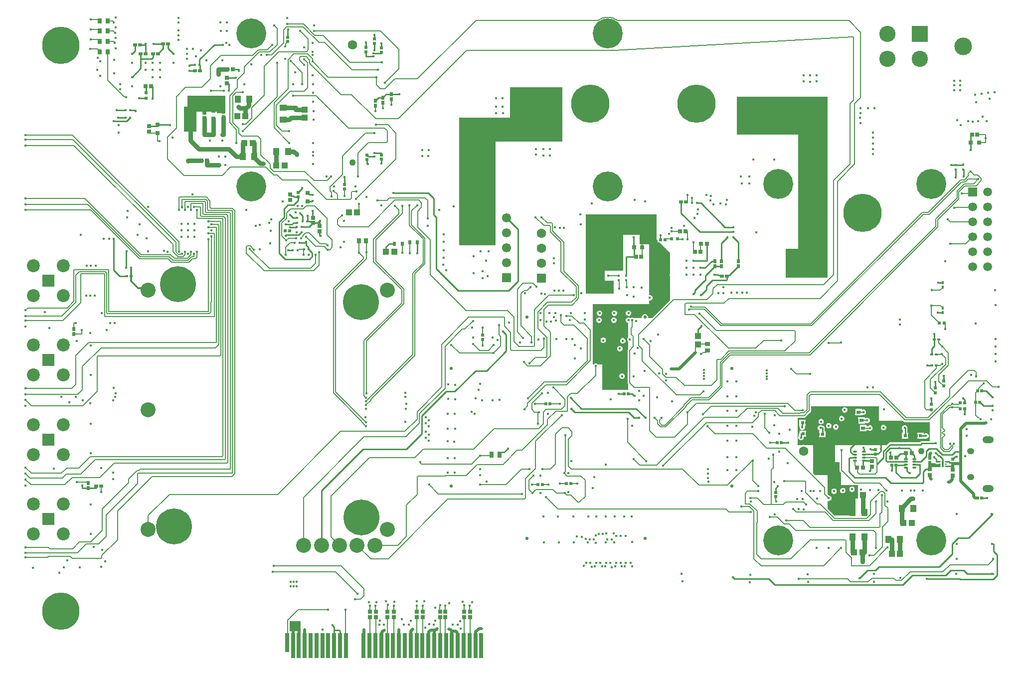
<source format=gbl>
G04*
G04 #@! TF.GenerationSoftware,Altium Limited,Altium Designer,21.6.4 (81)*
G04*
G04 Layer_Physical_Order=6*
G04 Layer_Color=16711680*
%FSAX25Y25*%
%MOIN*%
G70*
G04*
G04 #@! TF.SameCoordinates,7F8DAD8D-1828-4383-9AFE-05E1B4F186B9*
G04*
G04*
G04 #@! TF.FilePolarity,Positive*
G04*
G01*
G75*
%ADD16C,0.00500*%
%ADD18C,0.01000*%
%ADD19C,0.02000*%
%ADD20C,0.00600*%
%ADD26C,0.00800*%
%ADD42R,0.01772X0.01772*%
%ADD43R,0.04331X0.04134*%
%ADD46R,0.04134X0.04331*%
%ADD52R,0.01457X0.00945*%
%ADD53R,0.01575X0.04252*%
%ADD60R,0.01968X0.01772*%
%ADD64R,0.02165X0.02165*%
%ADD68R,0.01772X0.01968*%
%ADD69R,0.02165X0.02165*%
%ADD86R,0.02816X0.02648*%
%ADD87R,0.02016X0.02288*%
%ADD88R,0.02911X0.02648*%
%ADD89R,0.02756X0.02756*%
%ADD106R,0.02559X0.02362*%
%ADD113R,0.02648X0.02911*%
%ADD119R,0.02362X0.02559*%
%ADD120R,0.02288X0.02016*%
%ADD124R,0.02648X0.02816*%
%ADD141R,0.02800X0.16500*%
%ADD142R,0.02800X0.12600*%
%ADD212C,0.11800*%
%ADD213R,0.10827X0.10827*%
%ADD214C,0.10827*%
%ADD219C,0.06299*%
%ADD220C,0.04331*%
%ADD231C,0.03000*%
%ADD237C,0.08661*%
%ADD238R,0.07874X0.07874*%
%ADD239C,0.06102*%
%ADD240R,0.06102X0.06102*%
%ADD241R,0.06299X0.06299*%
%ADD242C,0.25000*%
%ADD243O,0.04921X0.04134*%
%ADD244O,0.07480X0.04724*%
%ADD245C,0.25591*%
%ADD246C,0.02166*%
%ADD247C,0.10000*%
%ADD248C,0.24000*%
%ADD249R,0.05906X0.05906*%
%ADD250C,0.05906*%
%ADD251C,0.01600*%
%ADD252C,0.20000*%
G04:AMPARAMS|DCode=253|XSize=25.98mil|YSize=12.6mil|CornerRadius=1.58mil|HoleSize=0mil|Usage=FLASHONLY|Rotation=0.000|XOffset=0mil|YOffset=0mil|HoleType=Round|Shape=RoundedRectangle|*
%AMROUNDEDRECTD253*
21,1,0.02598,0.00945,0,0,0.0*
21,1,0.02284,0.01260,0,0,0.0*
1,1,0.00315,0.01142,-0.00472*
1,1,0.00315,-0.01142,-0.00472*
1,1,0.00315,-0.01142,0.00472*
1,1,0.00315,0.01142,0.00472*
%
%ADD253ROUNDEDRECTD253*%
%ADD254R,0.02559X0.02559*%
%ADD255R,0.02559X0.02559*%
%ADD256R,0.02559X0.02756*%
%ADD257R,0.02835X0.03937*%
%ADD258R,0.02165X0.01968*%
%ADD259R,0.01968X0.02362*%
%ADD260R,0.02712X0.02648*%
%ADD261R,0.02953X0.02756*%
%ADD262R,0.02362X0.01968*%
%ADD263R,0.01772X0.01772*%
%ADD264R,0.03347X0.02953*%
%ADD265R,0.03150X0.03740*%
%ADD266R,0.03937X0.04921*%
%ADD267R,0.04921X0.03937*%
%ADD268R,0.02029X0.01860*%
%ADD269R,0.02205X0.02047*%
%ADD270R,0.02520X0.02677*%
%ADD271R,0.02756X0.02756*%
%ADD272R,0.02677X0.02520*%
%ADD273R,0.02362X0.03150*%
%ADD274C,0.01200*%
%ADD275R,0.07382X0.06791*%
G36*
X0109849Y-0045276D02*
X0104331D01*
Y-0044488D01*
X0090453D01*
Y-0057874D01*
X0082284D01*
Y-0040945D01*
X0084449D01*
Y-0033858D01*
X0085433Y-0033858D01*
X0109849D01*
Y-0045276D01*
D02*
G37*
G36*
X0335433Y-0064446D02*
X0290551D01*
Y-0133858D01*
X0266142D01*
Y-0048425D01*
X0300394D01*
Y-0027953D01*
X0335433D01*
Y-0064446D01*
D02*
G37*
G36*
X0512598Y-0155462D02*
X0512548Y-0155512D01*
X0484646D01*
Y-0136221D01*
X0492913D01*
Y-0059842D01*
X0451968D01*
Y-0034252D01*
X0512598D01*
Y-0155462D01*
D02*
G37*
G36*
X0375907Y-0112979D02*
X0398425D01*
Y-0129921D01*
X0398902Y-0130398D01*
Y-0131905D01*
X0400410D01*
X0407257Y-0138753D01*
Y-0152706D01*
X0407058Y-0153185D01*
Y-0153901D01*
X0407257Y-0154381D01*
Y-0170252D01*
X0395225Y-0182283D01*
X0392612D01*
X0392545Y-0182183D01*
Y-0181355D01*
X0392228Y-0180589D01*
X0391642Y-0180003D01*
X0390876Y-0179686D01*
X0390048D01*
X0389282Y-0180003D01*
X0388696Y-0180589D01*
X0388379Y-0181355D01*
Y-0182183D01*
X0388312Y-0182283D01*
X0382791D01*
X0382248Y-0182058D01*
X0381532D01*
X0380988Y-0182283D01*
X0380523D01*
X0380516Y-0182277D01*
X0379854Y-0182003D01*
X0379138D01*
X0378477Y-0182277D01*
X0377970Y-0182783D01*
X0377696Y-0183445D01*
Y-0184161D01*
X0377970Y-0184822D01*
X0378477Y-0185329D01*
X0379138Y-0185603D01*
X0379429D01*
Y-0195179D01*
X0379344Y-0195214D01*
X0378837Y-0195720D01*
X0378563Y-0196382D01*
Y-0197098D01*
X0378837Y-0197760D01*
X0379344Y-0198266D01*
X0379429Y-0198301D01*
Y-0202804D01*
X0379318Y-0202915D01*
X0379009Y-0203378D01*
X0378900Y-0203924D01*
X0378900Y-0203924D01*
Y-0225603D01*
X0378900Y-0225603D01*
X0379009Y-0226150D01*
X0379318Y-0226613D01*
X0379429Y-0226723D01*
Y-0230413D01*
X0361780D01*
Y-0213333D01*
X0358792D01*
X0358500Y-0213041D01*
X0357838Y-0212767D01*
X0357122D01*
X0356461Y-0213041D01*
X0356169Y-0213333D01*
X0355521D01*
Y-0173140D01*
X0393307D01*
Y-0170721D01*
X0393343Y-0170698D01*
X0394059D01*
X0394720Y-0170424D01*
X0395227Y-0169917D01*
X0395501Y-0169256D01*
Y-0168540D01*
X0395227Y-0167878D01*
X0394720Y-0167372D01*
X0394059Y-0167098D01*
X0393343D01*
X0393307Y-0167074D01*
Y-0132960D01*
X0386998D01*
Y-0126772D01*
X0383604D01*
X0383441Y-0126704D01*
X0382724D01*
X0382561Y-0126772D01*
X0375907D01*
Y-0150787D01*
X0363715D01*
Y-0157258D01*
X0369756D01*
Y-0166177D01*
X0350864D01*
Y-0112964D01*
X0375907D01*
Y-0112979D01*
D02*
G37*
G36*
X0546850Y-0251181D02*
X0562942D01*
X0563283Y-0251522D01*
X0563746Y-0251831D01*
X0564292Y-0251940D01*
X0564292Y-0251940D01*
X0580590D01*
X0580590Y-0251940D01*
X0580716Y-0251915D01*
X0581102Y-0252232D01*
Y-0264612D01*
X0575591D01*
X0575005Y-0264729D01*
X0574509Y-0265060D01*
X0574170Y-0265400D01*
X0554572D01*
X0553986Y-0265516D01*
X0553490Y-0265848D01*
X0552015Y-0267323D01*
X0517520D01*
Y-0278740D01*
X0520620D01*
Y-0284252D01*
X0520620Y-0284252D01*
X0520728Y-0284798D01*
X0521038Y-0285261D01*
X0521654Y-0285877D01*
Y-0294045D01*
X0529932D01*
X0530063Y-0294132D01*
X0530609Y-0294241D01*
X0530609Y-0294241D01*
X0532776D01*
Y-0300787D01*
Y-0302953D01*
X0531250D01*
Y-0314567D01*
X0517373D01*
X0512598Y-0309792D01*
Y-0304966D01*
X0513014Y-0304689D01*
X0513048Y-0304702D01*
X0513764D01*
X0514426Y-0304428D01*
X0514932Y-0303922D01*
X0515206Y-0303260D01*
Y-0302544D01*
X0514932Y-0301883D01*
X0514426Y-0301376D01*
X0513764Y-0301102D01*
X0513624D01*
X0512598Y-0300076D01*
Y-0287402D01*
X0504381D01*
X0502953Y-0285973D01*
Y-0267323D01*
X0497429D01*
X0497003Y-0267209D01*
X0495910D01*
X0495484Y-0267323D01*
X0492520D01*
Y-0259732D01*
Y-0249065D01*
X0496850D01*
X0496850Y-0249065D01*
X0497397Y-0248957D01*
X0497860Y-0248647D01*
X0500616Y-0245891D01*
X0500616Y-0245891D01*
X0500793Y-0245626D01*
X0501128Y-0245291D01*
X0501128Y-0245291D01*
X0501438Y-0244828D01*
X0501546Y-0244281D01*
X0501546Y-0244281D01*
Y-0241339D01*
X0546850D01*
Y-0251181D01*
D02*
G37*
G36*
X0584848Y-0279831D02*
X0585433Y-0279947D01*
X0587625D01*
X0587865Y-0280144D01*
Y-0282074D01*
X0579858D01*
Y-0279520D01*
X0584383D01*
X0584848Y-0279831D01*
D02*
G37*
%LPC*%
G36*
X0379854Y-0177415D02*
X0379138D01*
X0378477Y-0177689D01*
X0377970Y-0178195D01*
X0377696Y-0178857D01*
Y-0179573D01*
X0377970Y-0180234D01*
X0378477Y-0180740D01*
X0379138Y-0181015D01*
X0379854D01*
X0380516Y-0180740D01*
X0381022Y-0180234D01*
X0381296Y-0179573D01*
Y-0178857D01*
X0381022Y-0178195D01*
X0380516Y-0177689D01*
X0379854Y-0177415D01*
D02*
G37*
G36*
X0370339Y-0177415D02*
X0369623D01*
X0368961Y-0177689D01*
X0368455Y-0178196D01*
X0368181Y-0178857D01*
Y-0179573D01*
X0368455Y-0180235D01*
X0368961Y-0180741D01*
X0369623Y-0181015D01*
X0370339D01*
X0371000Y-0180741D01*
X0371507Y-0180235D01*
X0371781Y-0179573D01*
Y-0178857D01*
X0371507Y-0178196D01*
X0371000Y-0177689D01*
X0370339Y-0177415D01*
D02*
G37*
G36*
X0360496D02*
X0359780D01*
X0359119Y-0177689D01*
X0358612Y-0178196D01*
X0358338Y-0178857D01*
Y-0179573D01*
X0358612Y-0180235D01*
X0359119Y-0180741D01*
X0359780Y-0181015D01*
X0360496D01*
X0361158Y-0180741D01*
X0361664Y-0180235D01*
X0361938Y-0179573D01*
Y-0178857D01*
X0361664Y-0178196D01*
X0361158Y-0177689D01*
X0360496Y-0177415D01*
D02*
G37*
G36*
X0370043Y-0182041D02*
X0369327D01*
X0368666Y-0182315D01*
X0368159Y-0182822D01*
X0367885Y-0183483D01*
Y-0184199D01*
X0368159Y-0184861D01*
X0368666Y-0185367D01*
X0369327Y-0185641D01*
X0370043D01*
X0370705Y-0185367D01*
X0371211Y-0184861D01*
X0371485Y-0184199D01*
Y-0183483D01*
X0371211Y-0182822D01*
X0370705Y-0182315D01*
X0370043Y-0182041D01*
D02*
G37*
G36*
X0360232D02*
X0359516D01*
X0358855Y-0182315D01*
X0358348Y-0182822D01*
X0358074Y-0183483D01*
Y-0184199D01*
X0358348Y-0184861D01*
X0358855Y-0185367D01*
X0359516Y-0185641D01*
X0360232D01*
X0360894Y-0185367D01*
X0361400Y-0184861D01*
X0361674Y-0184199D01*
Y-0183483D01*
X0361400Y-0182822D01*
X0360894Y-0182315D01*
X0360232Y-0182041D01*
D02*
G37*
G36*
X0362957Y-0195444D02*
X0362240D01*
X0361579Y-0195718D01*
X0361072Y-0196224D01*
X0360798Y-0196886D01*
Y-0197602D01*
X0361072Y-0198264D01*
X0361579Y-0198770D01*
X0362240Y-0199044D01*
X0362957D01*
X0363618Y-0198770D01*
X0364124Y-0198264D01*
X0364398Y-0197602D01*
Y-0196886D01*
X0364124Y-0196224D01*
X0363618Y-0195718D01*
X0362957Y-0195444D01*
D02*
G37*
G36*
X0376056Y-0195900D02*
X0375340D01*
X0374678Y-0196174D01*
X0374172Y-0196680D01*
X0373898Y-0197342D01*
Y-0198058D01*
X0374172Y-0198720D01*
X0374678Y-0199226D01*
X0375340Y-0199500D01*
X0376056D01*
X0376718Y-0199226D01*
X0377224Y-0198720D01*
X0377498Y-0198058D01*
Y-0197342D01*
X0377224Y-0196680D01*
X0376718Y-0196174D01*
X0376056Y-0195900D01*
D02*
G37*
G36*
X0374088Y-0201088D02*
X0373372D01*
X0372710Y-0201362D01*
X0372204Y-0201869D01*
X0371930Y-0202530D01*
Y-0203246D01*
X0372204Y-0203908D01*
X0372710Y-0204414D01*
X0373372Y-0204688D01*
X0374088D01*
X0374750Y-0204414D01*
X0375256Y-0203908D01*
X0375530Y-0203246D01*
Y-0202530D01*
X0375256Y-0201869D01*
X0374750Y-0201362D01*
X0374088Y-0201088D01*
D02*
G37*
G36*
X0375555Y-0219460D02*
X0374839D01*
X0374177Y-0219734D01*
X0373671Y-0220240D01*
X0373397Y-0220902D01*
Y-0221618D01*
X0373671Y-0222280D01*
X0374177Y-0222786D01*
X0374839Y-0223060D01*
X0375555D01*
X0376217Y-0222786D01*
X0376723Y-0222280D01*
X0376997Y-0221618D01*
Y-0220902D01*
X0376723Y-0220240D01*
X0376217Y-0219734D01*
X0375555Y-0219460D01*
D02*
G37*
G36*
X0524374Y-0241999D02*
X0523658D01*
X0522996Y-0242273D01*
X0522490Y-0242780D01*
X0522216Y-0243441D01*
Y-0244157D01*
X0522490Y-0244819D01*
X0522996Y-0245325D01*
X0523658Y-0245599D01*
X0524374D01*
X0525035Y-0245325D01*
X0525542Y-0244819D01*
X0525816Y-0244157D01*
Y-0243441D01*
X0525542Y-0242780D01*
X0525035Y-0242273D01*
X0524374Y-0241999D01*
D02*
G37*
G36*
X0535528Y-0243193D02*
X0530969D01*
Y-0247555D01*
X0535528D01*
Y-0247414D01*
X0536028Y-0247079D01*
X0536256Y-0247174D01*
X0536972D01*
X0537634Y-0246900D01*
X0538140Y-0246394D01*
X0538414Y-0245732D01*
Y-0245016D01*
X0538140Y-0244354D01*
X0537634Y-0243848D01*
X0536972Y-0243574D01*
X0536256D01*
X0536028Y-0243669D01*
X0535528Y-0243334D01*
Y-0243193D01*
D02*
G37*
G36*
X0522405Y-0247905D02*
X0521689D01*
X0521028Y-0248179D01*
X0520521Y-0248685D01*
X0520247Y-0249347D01*
Y-0250063D01*
X0520521Y-0250724D01*
X0521028Y-0251231D01*
X0521689Y-0251505D01*
X0522405D01*
X0523067Y-0251231D01*
X0523573Y-0250724D01*
X0523847Y-0250063D01*
Y-0249347D01*
X0523573Y-0248685D01*
X0523067Y-0248179D01*
X0522405Y-0247905D01*
D02*
G37*
G36*
X0537536Y-0248705D02*
X0532977D01*
Y-0253067D01*
X0537536D01*
Y-0252698D01*
X0537727Y-0252568D01*
X0538036Y-0252445D01*
X0538618Y-0252686D01*
X0539334D01*
X0539996Y-0252412D01*
X0540502Y-0251905D01*
X0540776Y-0251244D01*
Y-0250528D01*
X0540502Y-0249866D01*
X0539996Y-0249360D01*
X0539334Y-0249086D01*
X0538618D01*
X0538036Y-0249327D01*
X0537727Y-0249203D01*
X0537536Y-0249073D01*
Y-0248705D01*
D02*
G37*
G36*
X0508626Y-0249873D02*
X0507910D01*
X0507248Y-0250147D01*
X0506742Y-0250654D01*
X0506468Y-0251315D01*
Y-0252031D01*
X0506742Y-0252693D01*
X0507248Y-0253199D01*
X0507910Y-0253473D01*
X0508626D01*
X0509287Y-0253199D01*
X0509794Y-0252693D01*
X0510068Y-0252031D01*
Y-0251315D01*
X0509794Y-0250654D01*
X0509287Y-0250147D01*
X0508626Y-0249873D01*
D02*
G37*
G36*
X0513744Y-0252629D02*
X0513028D01*
X0512366Y-0252903D01*
X0511860Y-0253410D01*
X0511586Y-0254071D01*
Y-0254787D01*
X0511860Y-0255449D01*
X0512366Y-0255955D01*
X0513028Y-0256229D01*
X0513744D01*
X0514405Y-0255955D01*
X0514912Y-0255449D01*
X0515186Y-0254787D01*
Y-0254071D01*
X0514912Y-0253410D01*
X0514405Y-0252903D01*
X0513744Y-0252629D01*
D02*
G37*
G36*
X0518468Y-0253416D02*
X0517752D01*
X0517091Y-0253691D01*
X0516584Y-0254197D01*
X0516310Y-0254858D01*
Y-0255575D01*
X0516584Y-0256236D01*
X0517091Y-0256743D01*
X0517752Y-0257016D01*
X0518468D01*
X0519130Y-0256743D01*
X0519636Y-0256236D01*
X0519910Y-0255575D01*
Y-0254858D01*
X0519636Y-0254197D01*
X0519130Y-0253691D01*
X0518468Y-0253416D01*
D02*
G37*
G36*
X0497949Y-0250354D02*
X0493661D01*
Y-0254370D01*
X0493661D01*
X0493987Y-0254870D01*
X0493869Y-0255154D01*
Y-0255870D01*
X0494143Y-0256531D01*
X0494650Y-0257038D01*
X0495311Y-0257312D01*
X0496027D01*
X0496689Y-0257038D01*
X0497195Y-0256531D01*
X0497469Y-0255870D01*
Y-0255154D01*
X0497352Y-0254870D01*
X0497686Y-0254370D01*
X0497949D01*
Y-0250354D01*
D02*
G37*
G36*
X0550358Y-0253810D02*
X0549642D01*
X0548980Y-0254084D01*
X0548474Y-0254591D01*
X0548200Y-0255252D01*
Y-0255968D01*
X0548474Y-0256630D01*
X0548980Y-0257136D01*
X0549642Y-0257410D01*
X0550358D01*
X0551020Y-0257136D01*
X0551526Y-0256630D01*
X0551800Y-0255968D01*
Y-0255252D01*
X0551526Y-0254591D01*
X0551020Y-0254084D01*
X0550358Y-0253810D01*
D02*
G37*
G36*
X0538714Y-0253823D02*
X0534155D01*
Y-0258185D01*
X0538714D01*
Y-0257431D01*
X0539827D01*
X0539925Y-0257530D01*
X0540587Y-0257804D01*
X0541303D01*
X0541964Y-0257530D01*
X0542471Y-0257024D01*
X0542745Y-0256362D01*
Y-0255646D01*
X0542471Y-0254984D01*
X0541964Y-0254478D01*
X0541303Y-0254204D01*
X0540587D01*
X0539925Y-0254478D01*
X0539827Y-0254576D01*
X0538714D01*
Y-0253823D01*
D02*
G37*
G36*
X0508232Y-0254105D02*
X0507516D01*
X0506854Y-0254380D01*
X0506348Y-0254886D01*
X0506074Y-0255547D01*
Y-0256263D01*
X0506348Y-0256925D01*
X0506854Y-0257432D01*
X0507329Y-0257628D01*
X0507230Y-0258128D01*
X0506973D01*
Y-0262144D01*
X0511260D01*
Y-0258128D01*
X0510646D01*
Y-0255906D01*
X0510529Y-0255320D01*
X0510198Y-0254824D01*
X0509702Y-0254492D01*
X0509116Y-0254376D01*
X0508885D01*
X0508232Y-0254105D01*
D02*
G37*
G36*
X0576910Y-0259114D02*
X0572622D01*
Y-0263130D01*
X0576910D01*
Y-0263066D01*
X0577070Y-0262944D01*
X0577410Y-0262801D01*
X0577974Y-0263035D01*
X0578690D01*
X0579351Y-0262761D01*
X0579858Y-0262255D01*
X0580132Y-0261593D01*
Y-0260877D01*
X0579858Y-0260215D01*
X0579351Y-0259709D01*
X0578690Y-0259435D01*
X0577974D01*
X0577593Y-0259593D01*
X0576910D01*
Y-0259114D01*
D02*
G37*
G36*
X0564531Y-0254105D02*
X0563815D01*
X0563154Y-0254380D01*
X0562647Y-0254886D01*
X0562373Y-0255547D01*
Y-0256263D01*
X0562647Y-0256925D01*
X0562976Y-0257254D01*
Y-0259111D01*
X0562362D01*
Y-0263127D01*
X0566650D01*
Y-0259111D01*
X0566035D01*
Y-0255906D01*
X0565973Y-0255594D01*
Y-0255547D01*
X0565955Y-0255504D01*
X0565919Y-0255320D01*
X0565814Y-0255164D01*
X0565699Y-0254886D01*
X0565193Y-0254380D01*
X0564531Y-0254105D01*
D02*
G37*
G36*
X0498343Y-0257834D02*
X0494055D01*
Y-0258591D01*
X0493800Y-0258761D01*
X0493469Y-0259257D01*
X0493353Y-0259842D01*
Y-0261292D01*
X0493082Y-0261945D01*
Y-0262661D01*
X0493356Y-0263323D01*
X0493862Y-0263829D01*
X0494524Y-0264103D01*
X0495240D01*
X0495901Y-0263829D01*
X0496408Y-0263323D01*
X0496682Y-0262661D01*
Y-0261945D01*
X0496745Y-0261851D01*
X0498343D01*
Y-0257834D01*
D02*
G37*
G36*
X0529318Y-0295041D02*
X0528602D01*
X0527941Y-0295315D01*
X0527434Y-0295821D01*
X0527160Y-0296483D01*
Y-0297199D01*
X0527434Y-0297860D01*
X0527941Y-0298367D01*
X0528602Y-0298641D01*
X0529318D01*
X0529980Y-0298367D01*
X0530486Y-0297860D01*
X0530760Y-0297199D01*
Y-0296483D01*
X0530486Y-0295821D01*
X0529980Y-0295315D01*
X0529318Y-0295041D01*
D02*
G37*
G36*
X0523193Y-0295936D02*
X0522477D01*
X0521815Y-0296210D01*
X0521309Y-0296717D01*
X0521035Y-0297378D01*
Y-0298094D01*
X0521309Y-0298756D01*
X0521815Y-0299262D01*
X0522477Y-0299536D01*
X0523193D01*
X0523854Y-0299262D01*
X0524361Y-0298756D01*
X0524635Y-0298094D01*
Y-0297378D01*
X0524361Y-0296717D01*
X0523854Y-0296210D01*
X0523193Y-0295936D01*
D02*
G37*
G36*
X0517287Y-0296330D02*
X0516571D01*
X0515909Y-0296604D01*
X0515403Y-0297110D01*
X0515129Y-0297772D01*
Y-0298488D01*
X0515403Y-0299149D01*
X0515909Y-0299656D01*
X0516571Y-0299930D01*
X0517287D01*
X0517949Y-0299656D01*
X0518455Y-0299149D01*
X0518729Y-0298488D01*
Y-0297772D01*
X0518455Y-0297110D01*
X0517949Y-0296604D01*
X0517287Y-0296330D01*
D02*
G37*
%LPD*%
G54D16*
X0256941Y-0400125D02*
X0257480Y-0401427D01*
X0237941Y-0378907D02*
X0237992Y-0378783D01*
X0206441Y-0378907D02*
X0206496Y-0378774D01*
X0218439Y-0374114D02*
X0218310Y-0374444D01*
X0256890Y-0378783D02*
X0256941Y-0378907D01*
X0253346Y-0378679D02*
X0253441Y-0378907D01*
X0253655Y-0374421D02*
X0253346Y-0374879D01*
X0269496Y-0374321D02*
X0269488Y-0374409D01*
X0269441Y-0378907D02*
X0269488Y-0378793D01*
X0241811Y-0404100D02*
X0241941Y-0403786D01*
X0273441Y-0382293D02*
X0273307Y-0382616D01*
X0269441Y-0382293D02*
X0269370Y-0382464D01*
X0253622Y-0382730D02*
X0253441Y-0382293D01*
Y-0401180D02*
X0253543Y-0401427D01*
X0206441Y-0382293D02*
X0206378Y-0382445D01*
X0206299Y-0401427D02*
X0206441Y-0401085D01*
X0210236Y-0401427D02*
X0210441Y-0400933D01*
X0218110Y-0401427D02*
X0218341Y-0400870D01*
X0222047Y-0401427D02*
X0222487Y-0400769D01*
X0222641Y-0399993D01*
X0237795Y-0401427D02*
X0237941Y-0401075D01*
X0241732Y-0401427D02*
X0241941Y-0400923D01*
X0273228Y-0401427D02*
X0273441Y-0400913D01*
X0269291Y-0401427D02*
X0269441Y-0401065D01*
X0269370Y-0404100D02*
X0269441Y-0403929D01*
X0218189Y-0404100D02*
X0218189Y-0404100D01*
X0218341Y-0403733D01*
X0237874Y-0404100D02*
X0237941Y-0403938D01*
X0256941Y-0402608D02*
X0257101Y-0403414D01*
X0257557Y-0404098D01*
X0257559Y-0404100D01*
X0256941Y-0400125D02*
Y-0382293D01*
X0237992Y-0378783D02*
Y-0374655D01*
X0241929Y-0378895D02*
X0241941Y-0378907D01*
X0241929Y-0378895D02*
Y-0374655D01*
X0206496Y-0378774D02*
Y-0374655D01*
X0210433Y-0378899D02*
Y-0374655D01*
Y-0378899D02*
X0210441Y-0378907D01*
X0218439Y-0374114D02*
X0218444Y-0374109D01*
X0218307Y-0374706D02*
X0218310Y-0374444D01*
X0218444Y-0374109D02*
X0218445Y-0374108D01*
X0218307Y-0378873D02*
Y-0374706D01*
Y-0378873D02*
X0218341Y-0378907D01*
X0222638Y-0378904D02*
X0222641Y-0378907D01*
X0222638Y-0378904D02*
Y-0374655D01*
X0256890Y-0378783D02*
Y-0374655D01*
X0253346Y-0378679D02*
Y-0374879D01*
X0269496Y-0374321D02*
X0269501Y-0374292D01*
X0269488Y-0378793D02*
Y-0374409D01*
X0269501Y-0374292D02*
X0269502Y-0374291D01*
X0273425Y-0378891D02*
Y-0374655D01*
Y-0378891D02*
X0273441Y-0378907D01*
Y-0400913D02*
Y-0382293D01*
X0269441Y-0401065D02*
Y-0382293D01*
X0253441Y-0401180D02*
Y-0382293D01*
X0206441Y-0401085D02*
Y-0382293D01*
X0210441Y-0400933D02*
Y-0382293D01*
X0218341Y-0400870D02*
Y-0382293D01*
X0222641Y-0399993D02*
Y-0382293D01*
X0237941Y-0401075D02*
Y-0382293D01*
X0241941Y-0400923D02*
Y-0382293D01*
G54D18*
X0182677Y-0391100D02*
Y-0389062D01*
Y-0401427D02*
Y-0391100D01*
X0186614Y-0401427D02*
Y-0391686D01*
X0186028Y-0391100D02*
X0186614Y-0391686D01*
X0182677Y-0391100D02*
X0186028D01*
X0181534Y-0387919D02*
X0182677Y-0389062D01*
X0181534Y-0387919D02*
Y-0387757D01*
X0444095Y-0121653D02*
X0449606D01*
X0425197Y-0105512D02*
X0427953D01*
X0444095Y-0121653D01*
X0427165Y-0124803D02*
X0449606D01*
X0414725Y-0112363D02*
Y-0104643D01*
Y-0112363D02*
X0427165Y-0124803D01*
X0452854Y-0144390D02*
Y-0131595D01*
X0449606Y-0128347D02*
X0452854Y-0131595D01*
X0441732Y-0144390D02*
Y-0132283D01*
X0445669Y-0128347D01*
X0427559Y-0148819D02*
X0430709D01*
X0435138Y-0144390D02*
X0437303D01*
X0430709Y-0148819D02*
X0435138Y-0144390D01*
X0427843Y-0166966D02*
X0431497Y-0163312D01*
Y-0161216D01*
X0435500Y-0157213D02*
X0444788D01*
X0431497Y-0161216D02*
X0435500Y-0157213D01*
X0445374Y-0156627D02*
Y-0154331D01*
X0444788Y-0157213D02*
X0445374Y-0156627D01*
X0452854Y-0147835D02*
Y-0147736D01*
X0447039Y-0153650D02*
X0452854Y-0147835D01*
X0446055Y-0153650D02*
X0447039D01*
X0445374Y-0154331D02*
X0446055Y-0153650D01*
X0422835Y-0166284D02*
Y-0166122D01*
X0423864Y-0165093D01*
Y-0163878D01*
X0431102Y-0156895D02*
Y-0154035D01*
X0430517Y-0157480D02*
X0431102Y-0156895D01*
X0430261Y-0157480D02*
X0430517D01*
X0423864Y-0163878D02*
X0430261Y-0157480D01*
X0431102Y-0154035D02*
X0437303Y-0147835D01*
Y-0147736D01*
X0441732D02*
X0441732Y-0147736D01*
X0437303Y-0147736D02*
X0441732D01*
X0441373Y-0153676D02*
X0442028Y-0154331D01*
X0439248Y-0153676D02*
X0441373D01*
X0439115Y-0153543D02*
X0439248Y-0153676D01*
X0436811Y-0153543D02*
X0439115D01*
X0441732Y-0147736D02*
X0441782Y-0147687D01*
X0437303Y-0144390D02*
Y-0144291D01*
X0068405Y-0002165D02*
Y0000787D01*
X0064862Y-0005709D02*
X0064961D01*
X0065642Y-0005028D01*
Y-0004929D01*
X0068405Y-0002165D01*
X0068307Y0000787D02*
X0068405D01*
X0061811D02*
X0068307D01*
X0049508Y-0003642D02*
Y0000394D01*
X0047441Y-0005709D02*
X0049508Y-0003642D01*
X0056693Y-0005709D02*
Y0001060D01*
X0052854Y0000394D02*
X0055865D01*
X0056531Y0001060D01*
X0056693D01*
X0071752Y-0002067D02*
Y0000787D01*
Y-0002067D02*
X0075394Y-0005709D01*
X0102683Y0000394D02*
X0108268D01*
X0092732Y-0009557D02*
X0102683Y0000394D01*
X0092732Y-0013129D02*
Y-0009557D01*
Y-0013129D02*
X0092782Y-0013179D01*
Y-0016880D02*
Y-0013179D01*
Y-0016880D02*
X0092831Y-0016929D01*
X0053248Y-0008850D02*
Y-0005709D01*
Y-0015453D02*
Y-0008850D01*
X0053453Y-0009055D02*
X0060630D01*
X0053248Y-0008850D02*
X0053453Y-0009055D01*
X0061516Y-0008169D02*
Y-0005709D01*
X0060630Y-0009055D02*
X0061516Y-0008169D01*
X0047441Y-0021260D02*
X0053248Y-0015453D01*
X0570676Y-0278550D02*
X0575086D01*
X0172939Y-0127362D02*
Y-0124276D01*
Y-0127362D02*
X0173461D01*
X0172939Y-0117450D02*
Y-0117323D01*
Y-0120812D02*
Y-0117450D01*
X0171629Y-0118760D02*
X0172939Y-0117450D01*
Y-0117323D02*
X0173228D01*
X0499077Y-0259842D02*
Y-0257606D01*
X0500049Y-0256633D01*
X0575591Y-0266142D02*
X0585039D01*
X0554572Y-0266929D02*
X0574803D01*
X0575591Y-0266142D01*
X0550000Y-0275700D02*
Y-0271501D01*
X0554572Y-0266929D01*
X0545669Y-0280030D02*
X0550000Y-0275700D01*
X0560630Y-0269291D02*
X0566929D01*
X0554331D02*
X0560630D01*
X0596063Y-0273622D02*
X0598003Y-0271682D01*
X0601575D01*
X0589370Y-0273622D02*
X0596063D01*
X0585433Y-0269685D02*
X0589370Y-0273622D01*
X0596220Y-0276840D02*
Y-0276705D01*
X0597779Y-0275146D01*
X0598930D01*
X0599044Y-0275032D01*
X0580315Y-0269685D02*
X0585433D01*
X0578740Y-0274896D02*
Y-0271260D01*
X0580315Y-0269685D01*
X0575086Y-0278550D02*
X0578740Y-0274896D01*
X0587413Y-0274421D02*
X0589652Y-0276660D01*
X0585039Y-0272835D02*
X0585120D01*
X0586706Y-0274421D01*
X0587413D01*
X0570676Y-0278550D02*
X0570806Y-0278420D01*
X0572761D01*
X0578109Y-0283482D02*
X0580866D01*
X0576575Y-0285016D02*
X0578109Y-0283482D01*
X0575878Y-0292709D02*
X0576575Y-0292012D01*
Y-0285016D01*
X0554773Y-0292709D02*
X0575878D01*
X0530684Y-0289075D02*
X0551139D01*
X0554773Y-0292709D01*
X0526799Y-0285190D02*
X0530684Y-0289075D01*
X0526799Y-0285190D02*
Y-0276255D01*
X0527385Y-0275669D01*
X0530984D01*
X0548425Y-0269632D02*
Y-0267717D01*
Y-0271037D02*
Y-0269632D01*
X0544471Y-0273290D02*
X0544756Y-0273005D01*
X0546457D01*
X0548425Y-0271037D01*
X0546161Y-0265453D02*
X0548425Y-0267717D01*
X0527953Y-0269291D02*
X0531791Y-0265453D01*
X0546161D01*
X0527953Y-0271952D02*
Y-0269291D01*
X0530854Y-0273571D02*
X0530984Y-0273701D01*
X0529572Y-0273571D02*
X0530854D01*
X0527953Y-0271952D02*
X0529572Y-0273571D01*
X0541347Y-0282669D02*
X0542126Y-0281890D01*
X0541347Y-0284211D02*
Y-0282669D01*
X0541093Y-0284464D02*
X0541347Y-0284211D01*
X0541093Y-0284626D02*
Y-0284464D01*
X0541411Y-0269932D02*
X0541891Y-0270412D01*
X0544471D01*
X0536772Y-0271732D02*
Y-0269627D01*
X0536489Y-0269344D02*
X0536772Y-0269627D01*
X0536489Y-0269344D02*
Y-0269182D01*
X0536772Y-0273701D02*
X0536902Y-0273571D01*
X0544190D01*
X0544471Y-0273290D01*
X0536772Y-0277638D02*
X0541597D01*
X0542503Y-0278544D01*
X0536203Y-0282481D02*
Y-0277768D01*
X0536333Y-0277638D01*
X0536772D01*
X0566929Y-0269291D02*
X0568184Y-0270546D01*
Y-0272062D02*
X0568963Y-0272841D01*
X0568184Y-0272062D02*
Y-0270546D01*
X0551700Y-0277617D02*
Y-0271922D01*
X0554331Y-0269291D01*
X0552633Y-0278550D02*
X0564889D01*
X0551700Y-0277617D02*
X0552633Y-0278550D01*
X0554757Y-0275564D02*
X0554790Y-0275597D01*
X0554757Y-0275564D02*
Y-0272474D01*
X0554724Y-0272441D02*
X0554757Y-0272474D01*
X0555460Y-0284401D02*
X0555497Y-0284364D01*
Y-0280755D01*
X0574406Y-0286322D02*
Y-0280807D01*
X0571654Y-0289075D02*
X0574406Y-0286322D01*
X0561811Y-0289075D02*
X0571654D01*
X0558375Y-0285639D02*
Y-0280755D01*
Y-0285639D02*
X0561811Y-0289075D01*
X0574118Y-0280519D02*
X0574406Y-0280807D01*
X0570676Y-0280519D02*
X0574118D01*
X0567305Y-0286203D02*
X0567525D01*
X0564889Y-0282487D02*
X0565558D01*
X0565688Y-0282617D01*
Y-0284585D02*
Y-0282617D01*
Y-0284585D02*
X0567305Y-0286203D01*
X0558375Y-0280755D02*
X0563983D01*
X0564219Y-0280519D01*
X0564889D01*
X0558727Y-0275597D02*
X0561414Y-0272910D01*
X0564958D01*
Y-0276513D02*
Y-0272910D01*
X0564889Y-0276582D02*
X0564958Y-0276513D01*
X0568963Y-0272841D02*
X0570676Y-0274554D01*
Y-0276582D02*
Y-0274554D01*
X0596220Y-0279718D02*
Y-0279583D01*
X0595712Y-0279075D02*
X0596220Y-0279583D01*
X0594287Y-0279075D02*
X0595712D01*
X0593630Y-0278418D02*
X0594287Y-0279075D01*
X0591680Y-0278418D02*
X0593630D01*
X0591680Y-0281567D02*
X0595991D01*
X0596220Y-0281797D01*
X0589652Y-0279992D02*
Y-0276660D01*
X0583815Y-0275402D02*
Y-0275386D01*
Y-0275402D02*
X0585433Y-0277020D01*
Y-0278418D02*
Y-0277020D01*
Y-0278418D02*
X0587625D01*
X0249213Y-0113386D02*
X0251039Y-0115212D01*
X0245587Y-0098736D02*
X0249213Y-0102362D01*
Y-0113386D02*
Y-0102362D01*
X0222351Y-0098694D02*
X0222393Y-0098736D01*
X0245587D01*
X0043701Y-0138046D02*
X0044001Y-0137747D01*
X0043701Y-0148819D02*
Y-0138046D01*
X0251039Y-0149554D02*
Y-0115212D01*
Y-0149554D02*
X0265570Y-0164085D01*
X0299306D01*
X0305692Y-0157698D01*
Y-0123172D01*
X0298031Y-0115512D02*
X0305692Y-0123172D01*
X0035433Y-0150394D02*
Y-0129528D01*
X0039370Y-0154331D02*
X0043701D01*
X0035433Y-0150394D02*
X0039370Y-0154331D01*
X0157538Y-0121632D02*
X0157713Y-0121457D01*
X0153225Y-0121747D02*
X0153340Y-0121632D01*
X0157538D01*
X0149213Y-0114961D02*
Y-0109345D01*
X0151725Y-0106833D02*
X0155716D01*
X0149213Y-0109345D02*
X0151725Y-0106833D01*
X0155716D02*
X0158661Y-0103887D01*
Y-0101429D01*
X0608268Y-0064961D02*
Y-0059842D01*
Y-0070079D02*
Y-0064961D01*
X0598425Y-0079921D02*
X0603357D01*
X0383083Y-0135039D02*
Y-0128504D01*
X0383201Y-0141339D02*
Y-0135039D01*
X0564506Y-0261119D02*
Y-0255906D01*
X0574766Y-0261122D02*
X0578332D01*
X0495669Y-0255512D02*
Y-0252362D01*
X0509116Y-0260136D02*
Y-0255906D01*
X0494882Y-0262303D02*
Y-0259842D01*
X0203937Y-0001514D02*
Y0001969D01*
X0204537Y-0079380D02*
Y-0076439D01*
X0046417Y-0043355D02*
X0050000D01*
X0064528Y-0053218D02*
X0072795D01*
X0059016Y-0054241D02*
X0064528D01*
X0217405Y-0138189D02*
Y-0134835D01*
X0603150Y-0235946D02*
X0603268D01*
X0604252Y-0236929D01*
Y-0239054D02*
Y-0236929D01*
X0604252Y-0246535D02*
X0604316Y-0246600D01*
X0604252Y-0246535D02*
Y-0242991D01*
X0035433Y-0050787D02*
X0044022D01*
X0045275Y-0049534D01*
Y-0049498D01*
X0046417Y-0048355D01*
X0149924Y-0124213D02*
X0149931Y-0124206D01*
X0149935D01*
X0150233Y-0119882D02*
X0154343D01*
X0155622Y-0118602D01*
X0422835Y-0144095D02*
X0431943D01*
Y-0132677D01*
X0050000Y-0044094D02*
Y-0043355D01*
X0263327Y-0231496D02*
X0277187Y-0217637D01*
X0284533D01*
X0297638Y-0204532D01*
Y-0193307D01*
X0295669Y-0191339D02*
X0297638Y-0193307D01*
X0174221Y-0334252D02*
Y-0297827D01*
X0241339Y-0247638D02*
X0257480Y-0231496D01*
X0201969Y-0270079D02*
X0230929D01*
X0257480Y-0231496D02*
X0263327D01*
X0230929Y-0270079D02*
X0241339Y-0259669D01*
X0174221Y-0297827D02*
X0201969Y-0270079D01*
X0241339Y-0259669D02*
Y-0247638D01*
X0623465Y-0338403D02*
X0625816Y-0340754D01*
X0601033Y-0356690D02*
X0601430Y-0357087D01*
X0623228D02*
X0625816Y-0354499D01*
X0623465Y-0338403D02*
Y-0333307D01*
X0579072Y-0356690D02*
X0601033D01*
X0625816Y-0354499D02*
Y-0340754D01*
X0601430Y-0357087D02*
X0623228D01*
X0546850Y-0348819D02*
X0587402D01*
X0596102Y-0340118D02*
Y-0333464D01*
X0544685Y-0350984D02*
X0546850Y-0348819D01*
X0539243Y-0350984D02*
X0544685D01*
X0596102Y-0333464D02*
X0600039Y-0329528D01*
X0587402Y-0348819D02*
X0596102Y-0340118D01*
X0606961Y-0329528D02*
X0623008Y-0313481D01*
X0600039Y-0329528D02*
X0606961D01*
X0533931Y-0356296D02*
X0539243Y-0350984D01*
X0603696Y-0351181D02*
X0605822Y-0353307D01*
X0473241Y-0356693D02*
X0477203Y-0360655D01*
X0594882Y-0351181D02*
X0603696D01*
X0591677Y-0354386D02*
X0594882Y-0351181D01*
X0449310Y-0355832D02*
X0450171Y-0356693D01*
X0605822Y-0353307D02*
X0623541D01*
X0562967Y-0360655D02*
X0569236Y-0354386D01*
X0591677D01*
X0477203Y-0360655D02*
X0562967D01*
X0449150Y-0355832D02*
X0449310D01*
X0450171Y-0356693D02*
X0473241D01*
X0347872Y-0242913D02*
X0384744D01*
X0390896Y-0249065D01*
X0340786Y-0235827D02*
X0347872Y-0242913D01*
X0379497Y-0245276D02*
X0383334Y-0249113D01*
X0343637Y-0245276D02*
X0379497D01*
X0341274Y-0242913D02*
X0343637Y-0245276D01*
X0383334Y-0249113D02*
X0386615D01*
X0296350Y-0272153D02*
X0298819Y-0269685D01*
X0293268Y-0273071D02*
X0294185Y-0272153D01*
X0293268Y-0273622D02*
Y-0273071D01*
X0294185Y-0272153D02*
X0296350D01*
X0168441Y-0118760D02*
X0171629D01*
X0146063Y-0118110D02*
X0149213Y-0114961D01*
X0146063Y-0138976D02*
Y-0118110D01*
Y-0138976D02*
X0150000Y-0142913D01*
X0166178D01*
X0167949Y-0141142D01*
X0165823Y-0121457D02*
X0168441Y-0118839D01*
X0160863Y-0121457D02*
X0165823D01*
X0168441Y-0118839D02*
Y-0118760D01*
X0153150Y-0113386D02*
X0155217Y-0115453D01*
X0158008D01*
X0164773Y-0117570D02*
Y-0114161D01*
X0210236Y-0036986D02*
X0212278Y-0034944D01*
X0215354D01*
X0210236Y-0037085D02*
Y-0036986D01*
X0215354Y-0034846D02*
X0217575Y-0032626D01*
X0215354Y-0034944D02*
Y-0034846D01*
X0217575Y-0032626D02*
X0220866D01*
X0226327D02*
X0226378Y-0032677D01*
X0220866Y-0032626D02*
X0226327D01*
X0532009Y-0250886D02*
X0532690Y-0251567D01*
Y-0252925D02*
X0533088Y-0253323D01*
X0531910Y-0250886D02*
X0532009D01*
X0532690Y-0252925D02*
Y-0251567D01*
X0533088Y-0256004D02*
Y-0253323D01*
X0529902Y-0248976D02*
X0531812Y-0250886D01*
X0529902Y-0248976D02*
Y-0245374D01*
X0531812Y-0250886D02*
X0531910D01*
X0530535Y-0242693D02*
X0531102Y-0242126D01*
X0530535Y-0244741D02*
Y-0242693D01*
X0529902Y-0245374D02*
X0530535Y-0244741D01*
X0618504Y-0231102D02*
X0622835Y-0235433D01*
X0615765Y-0231102D02*
X0618504D01*
X0616990Y-0241006D02*
X0622803D01*
X0614431Y-0238583D02*
X0614567D01*
X0616990Y-0241006D01*
X0586221Y-0178740D02*
X0586319Y-0178642D01*
X0589764D01*
X0586614Y-0158661D02*
X0586698Y-0158745D01*
X0589730D01*
X0579134Y-0214006D02*
X0579301Y-0214173D01*
X0582382D01*
X0581890Y-0240059D02*
Y-0235925D01*
X0584646Y-0228937D02*
Y-0225197D01*
X0590173Y-0224296D02*
Y-0221177D01*
X0590188Y-0221161D01*
X0590158Y-0224311D02*
X0590173Y-0224296D01*
X0582382Y-0202658D02*
X0583957Y-0201083D01*
X0582382Y-0206693D02*
Y-0202658D01*
X0583957Y-0201083D02*
Y-0196850D01*
X0583858Y-0192913D02*
X0583957Y-0193012D01*
Y-0196850D02*
Y-0193012D01*
X0598411Y-0083085D02*
X0598425Y-0083071D01*
X0598397Y-0088288D02*
X0598411Y-0088273D01*
Y-0083085D01*
X0603357Y-0083008D02*
X0603450Y-0083101D01*
Y-0087702D02*
Y-0083101D01*
Y-0087702D02*
X0603543Y-0087795D01*
X0425938Y-0194488D02*
Y-0190204D01*
X0428346Y-0187795D01*
X0189764Y-0093049D02*
Y-0088189D01*
X0151766Y0005398D02*
Y0010428D01*
X0151751Y0005383D02*
X0151766Y0005398D01*
Y0010428D02*
X0151782Y0010443D01*
X0479331Y-0294789D02*
Y-0294626D01*
X0477872Y-0298948D02*
Y-0296247D01*
X0479331Y-0294789D01*
X0479308Y-0294649D02*
X0479331Y-0294626D01*
X0481754Y-0265748D02*
X0486221D01*
X0118110Y-0036220D02*
X0118110D01*
X0117717Y-0047293D02*
X0117825Y-0047401D01*
X0564173Y-0255906D02*
X0564506D01*
X0578332Y-0261235D02*
Y-0261122D01*
X0571888D02*
Y-0256791D01*
X0571260D02*
X0571888D01*
X0567384Y-0261119D02*
Y-0256791D01*
X0568898D01*
X0495669Y-0252362D02*
X0495805D01*
X0507874Y-0255906D02*
X0509116D01*
X0494882Y-0259842D02*
X0496199D01*
X0498683Y-0252362D02*
X0502362D01*
Y-0257185D02*
Y-0252362D01*
X0504331Y-0260136D02*
X0506238D01*
X0504331D02*
Y-0257185D01*
X0209449Y0004195D02*
Y0007087D01*
X0203839Y-0001514D02*
X0203937D01*
X0214173Y-0001711D02*
Y0001181D01*
X0209449Y-0003543D02*
Y0001317D01*
X0209055Y-0005512D02*
X0214173D01*
Y-0004589D01*
X0203839Y-0007480D02*
X0209055D01*
X0203839D02*
Y-0004392D01*
X0214173Y-0079134D02*
Y-0076242D01*
X0204537Y-0079380D02*
X0205118D01*
X0204537Y-0073697D02*
X0205045Y-0074205D01*
X0205541D02*
X0205631Y-0074295D01*
X0206074Y-0074410D02*
X0209449D01*
X0204537Y-0073697D02*
Y-0073561D01*
X0205045Y-0074205D02*
X0205541D01*
X0205631Y-0074295D02*
X0205960D01*
X0206074Y-0074410D01*
X0209449Y-0072047D02*
X0214173D01*
Y-0073364D02*
Y-0072047D01*
X0603357Y-0079921D02*
Y-0079858D01*
X0595276Y-0079921D02*
Y-0079921D01*
X0598425D01*
X0608268Y-0059842D02*
X0609291D01*
X0608268Y-0070079D02*
X0608405D01*
X0238189Y-0138976D02*
X0238386Y-0138779D01*
Y-0131890D01*
X0217405Y-0134835D02*
X0219563Y-0132677D01*
X0223031D01*
X0217323Y-0138189D02*
X0217405D01*
X0192126Y-0111811D02*
X0192520D01*
X0158661Y-0098415D02*
X0161302Y-0095774D01*
Y-0095390D02*
X0161417Y-0095276D01*
X0158661Y-0098551D02*
Y-0098415D01*
X0161302Y-0095774D02*
Y-0095390D01*
X0153150Y-0099870D02*
X0153973Y-0100693D01*
X0155418D01*
X0156153Y-0101429D02*
X0158661D01*
X0155418Y-0100693D02*
X0156153Y-0101429D01*
X0167554Y-0104331D02*
X0167948Y-0103937D01*
X0164961Y-0104331D02*
X0167554D01*
X0167948Y-0103937D02*
X0168110D01*
X0165839Y-0099697D02*
X0167513D01*
X0167948Y-0100132D02*
X0168110D01*
X0164961Y-0098819D02*
X0165839Y-0099697D01*
X0167513D02*
X0167948Y-0100132D01*
X0167949Y-0141142D02*
Y-0138779D01*
X0165587Y-0136417D02*
X0167949Y-0138779D01*
X0164012Y-0133685D02*
X0165201Y-0134874D01*
Y-0136031D02*
Y-0134874D01*
X0164012Y-0133685D02*
Y-0131299D01*
X0165201Y-0136031D02*
X0165587Y-0136417D01*
X0163127Y-0132185D02*
X0164012Y-0131299D01*
X0159583Y-0132185D02*
X0163127D01*
X0150233Y-0127362D02*
X0150395D01*
X0150872Y-0126886D01*
X0159013D01*
X0159720Y-0126179D01*
Y-0126143D01*
X0160863Y-0125000D01*
X0155622Y-0118602D02*
X0158008D01*
X0164773Y-0114161D02*
X0164800Y-0114134D01*
X0166730Y-0117597D02*
X0167055Y-0117921D01*
X0167682D02*
X0168441Y-0118681D01*
X0164746Y-0117597D02*
X0166730D01*
X0167055Y-0117921D02*
X0167682D01*
X0168441Y-0118760D02*
Y-0118681D01*
X0164746Y-0117597D02*
X0164773Y-0117570D01*
X0160075Y-0112564D02*
X0161596Y-0114085D01*
Y-0117597D02*
Y-0114085D01*
X0160075Y-0112564D02*
Y-0112402D01*
X0168264Y-0110748D02*
X0168343Y-0110827D01*
X0168392Y-0110876D01*
Y-0115246D02*
X0168441Y-0115295D01*
X0168392Y-0115246D02*
Y-0110876D01*
X0151808Y-0137205D02*
X0154957D01*
X0056496Y-0005709D02*
X0056693D01*
X0052362Y-0035531D02*
X0056824D01*
Y-0031594D02*
Y-0027362D01*
X0056595D02*
X0056824D01*
X0061417Y-0035741D02*
Y-0027362D01*
X0060335D02*
X0061417D01*
X0037402Y-0043355D02*
X0043268D01*
X0038382Y-0048355D02*
X0043268D01*
X0072795Y-0053355D02*
Y-0053218D01*
X0064528Y-0054241D02*
Y-0053218D01*
X0085827Y-0016929D02*
X0089484D01*
X0085853Y-0013129D02*
X0089583D01*
X0085853Y-0013780D02*
Y-0013129D01*
X0112106Y-0030315D02*
Y-0025591D01*
X0111024D02*
X0112106D01*
X0116929Y-0021654D02*
Y-0021654D01*
X0111024Y-0021654D02*
X0116929D01*
X0114829Y-0016142D02*
X0118898D01*
Y-0016929D02*
Y-0016142D01*
X0383201Y-0141339D02*
X0384224D01*
X0378083D02*
X0383201D01*
X0378083Y-0153937D02*
Y-0141339D01*
X0383083Y-0135039D02*
X0383201D01*
X0382036Y-0232972D02*
X0383315Y-0234252D01*
X0379392Y-0232972D02*
X0382036D01*
X0383315Y-0234252D02*
X0383465D01*
X0373093Y-0232972D02*
X0376514D01*
X0615762Y-0302756D02*
X0619148D01*
X0018110Y-0296161D02*
X0023524D01*
Y-0294882D01*
X0014173Y-0296161D02*
X0018110D01*
X0014173D02*
Y-0294320D01*
G54D19*
X0260561Y-0390826D02*
X0259287Y-0390247D01*
X0215115Y-0391673D02*
X0214481Y-0392389D01*
X0214252Y-0393318D01*
X0593307Y-0292126D02*
X0594255D01*
X0595946Y-0290435D01*
Y-0287918D01*
X0596220Y-0287644D01*
X0601575Y-0271682D02*
Y-0256498D01*
Y-0279588D02*
Y-0271682D01*
X0580866Y-0276053D02*
X0580874Y-0276045D01*
Y-0273457D02*
X0581496Y-0272835D01*
X0580874Y-0276045D02*
Y-0273457D01*
X0580866Y-0287250D02*
X0581190Y-0287574D01*
Y-0289457D02*
Y-0287574D01*
Y-0289457D02*
X0581890Y-0290158D01*
X0596220Y-0281797D02*
Y-0279718D01*
Y-0283876D02*
Y-0281797D01*
X0580866Y-0283482D02*
Y-0278931D01*
X0601575Y-0291339D02*
Y-0279588D01*
X0596220Y-0279718D02*
X0601444D01*
X0601575Y-0279588D01*
X0611408Y-0302756D02*
X0612781D01*
X0610236Y-0301584D02*
Y-0300000D01*
Y-0301584D02*
X0611408Y-0302756D01*
X0250521Y-0390945D02*
X0251456Y-0390009D01*
X0247241Y-0390945D02*
X0250521D01*
X0249730Y-0391658D02*
X0250482Y-0390906D01*
X0246006Y-0392179D02*
X0247241Y-0390945D01*
X0245669Y-0401427D02*
X0246006Y-0401090D01*
Y-0392179D01*
X0259285Y-0390247D02*
X0259287Y-0390247D01*
X0260561Y-0390826D02*
X0260562Y-0390828D01*
X0277289Y-0404055D02*
Y-0401303D01*
X0226063Y-0404100D02*
Y-0390722D01*
X0233937Y-0404100D02*
Y-0391623D01*
X0214252Y-0404100D02*
Y-0393318D01*
X0202441Y-0404100D02*
Y-0390600D01*
X0163071Y-0404100D02*
Y-0390730D01*
X0214252Y-0393318D02*
Y-0393318D01*
X0407874Y-0216535D02*
X0413386D01*
X0424409Y-0205512D01*
X0601575Y-0291339D02*
X0610236Y-0300000D01*
X0601575Y-0256498D02*
X0605317Y-0252756D01*
X0617894D02*
X0618288Y-0252362D01*
X0618504D01*
X0605317Y-0252756D02*
X0617894D01*
X0260562Y-0390828D02*
X0261343Y-0391608D01*
X0215115Y-0391673D02*
X0216162Y-0390947D01*
X0233937Y-0391623D02*
X0235144Y-0390416D01*
X0277387Y-0392067D02*
X0279445Y-0390009D01*
X0281201D01*
X0264954Y-0401027D02*
Y-0392780D01*
X0263783Y-0391608D02*
X0264954Y-0392780D01*
X0277289Y-0401303D02*
X0277387Y-0401205D01*
X0264954Y-0401027D02*
X0265354Y-0401427D01*
X0261343Y-0401353D02*
X0261417Y-0401427D01*
X0261343Y-0401353D02*
Y-0391608D01*
X0263783D01*
X0277387Y-0401205D02*
Y-0392067D01*
X0277244Y-0404100D02*
X0277289Y-0404055D01*
X0249730Y-0401303D02*
Y-0391658D01*
X0249606Y-0401427D02*
X0249730Y-0401303D01*
X0277165Y-0401427D02*
X0277289Y-0401303D01*
X0159134Y-0404100D02*
Y-0390901D01*
X0155197Y-0389452D02*
X0156441Y-0388208D01*
X0159134Y-0390901D01*
X0155197Y-0404100D02*
Y-0389452D01*
G54D20*
X0589370Y-0255869D02*
X0590170Y-0256668D01*
X0590170Y-0258268D02*
X0590863Y-0257869D01*
Y-0257068D01*
X0590170Y-0256668D01*
X0590070Y-0258268D02*
X0589377Y-0258668D01*
Y-0259469D01*
X0590070Y-0259869D01*
X0590377Y-0261469D02*
X0591069Y-0261069D01*
Y-0260268D01*
X0590377Y-0259869D01*
X0590170Y-0261469D02*
X0589370Y-0262268D01*
Y-0255869D02*
Y-0248141D01*
X0590170Y-0256668D02*
X0590170D01*
X0590070Y-0258268D02*
X0590170D01*
X0590070Y-0259869D02*
X0590377D01*
X0590170Y-0261469D02*
X0590377D01*
X0589370Y-0264169D02*
Y-0262268D01*
Y-0248141D02*
Y-0246749D01*
Y-0268898D02*
Y-0264169D01*
X0588170Y-0269395D02*
Y-0246393D01*
X0596865Y-0266667D02*
Y-0266396D01*
X0596415Y-0269062D02*
Y-0267117D01*
X0596865Y-0266667D01*
X0593804Y-0271672D02*
X0596415Y-0269062D01*
X0588170Y-0269395D02*
X0590448Y-0271672D01*
X0593804D01*
X0595215Y-0268565D02*
Y-0267117D01*
X0594765Y-0266667D02*
Y-0266396D01*
Y-0266667D02*
X0595215Y-0267117D01*
X0593307Y-0270472D02*
X0595215Y-0268565D01*
X0590945Y-0270472D02*
X0593307D01*
X0589370Y-0268898D02*
X0590945Y-0270472D01*
X0595792Y-0239895D02*
X0596063D01*
X0594792Y-0240895D02*
X0595792Y-0239895D01*
X0594124Y-0241995D02*
X0596063D01*
X0589370Y-0246749D02*
X0594124Y-0241995D01*
X0593668Y-0240895D02*
X0594792D01*
X0588170Y-0246393D02*
X0593668Y-0240895D01*
X0596319Y-0239973D02*
X0600263D01*
X0601181Y-0239054D01*
X0596319Y-0242073D02*
X0600263D01*
X0601181Y-0242991D01*
G54D26*
X0371844Y0016726D02*
X0370977Y0017276D01*
X0370063Y0017741D01*
X0369109Y0018119D01*
X0368123Y0018405D01*
X0367115Y0018597D01*
X0366094Y0018693D01*
X0365068D01*
X0364046Y0018597D01*
X0363038Y0018405D01*
X0362053Y0018119D01*
X0361099Y0017741D01*
X0360184Y0017276D01*
X0359318Y0016726D01*
X0526815Y0016492D02*
X0534646Y0008661D01*
X0475882Y-0160047D02*
X0476071Y-0160236D01*
X0438796Y-0160047D02*
X0475882D01*
X0534646Y-0035039D02*
Y0008661D01*
X0527559Y-0038976D02*
X0529921Y-0036614D01*
X0530709Y-0079528D02*
Y-0038976D01*
X0534646Y-0035039D01*
X0476071Y-0160236D02*
X0509842D01*
X0507480Y-0169291D02*
X0519291Y-0157480D01*
X0529921Y-0036614D02*
Y0005118D01*
X0527559Y-0079263D02*
Y-0038976D01*
X0446495Y-0169291D02*
X0507480D01*
X0526581Y0016726D02*
X0526815Y0016492D01*
X0271260Y-0003543D02*
X0370141D01*
X0519291Y-0090945D02*
X0530709Y-0079528D01*
X0435982Y-0162861D02*
X0438796Y-0160047D01*
X0516535Y-0090287D02*
X0527559Y-0079263D01*
X0528790Y0005587D02*
X0529453D01*
X0370141Y-0003543D02*
X0528790Y0005587D01*
X0519291Y-0157480D02*
Y-0090945D01*
X0516535Y-0153543D02*
Y-0090287D01*
X0529453Y0005587D02*
X0529921Y0005118D01*
X0509842Y-0160236D02*
X0516535Y-0153543D01*
X0371844Y0016726D02*
X0526581D01*
X0238349Y-0022441D02*
X0277516Y0016726D01*
X0359318D01*
X0522047Y-0284252D02*
Y-0270866D01*
Y-0284252D02*
X0522835Y-0285039D01*
X0077165Y-0034252D02*
X0083203Y-0028215D01*
X0100000Y-0013780D02*
X0107087Y-0006693D01*
X0083203Y-0028215D02*
X0094226D01*
X0100000Y-0022441D02*
Y-0013780D01*
X0094226Y-0028215D02*
X0100000Y-0022441D01*
X0169685Y-0107480D02*
X0177953Y-0115748D01*
Y-0126700D02*
X0181335Y-0130082D01*
X0177953Y-0126700D02*
Y-0115748D01*
X0522872Y-0285077D02*
X0530609Y-0292814D01*
X0564292Y-0250513D02*
X0580590D01*
X0501162Y-0233354D02*
X0547133D01*
X0564292Y-0250513D01*
X0499606Y-0244882D02*
Y-0244794D01*
X0500119Y-0244281D01*
Y-0234397D01*
X0501162Y-0233354D01*
X0480709Y-0247638D02*
X0496850D01*
X0499606Y-0244882D01*
X0500787Y-0231890D02*
X0548032D01*
X0482739Y-0246125D02*
X0494033D01*
X0498819Y-0243743D02*
Y-0233858D01*
X0500787Y-0231890D01*
X0494033Y-0246125D02*
X0494363Y-0245795D01*
X0496767D01*
X0498819Y-0243743D01*
X0545669Y-0280030D02*
Y-0276378D01*
Y-0285334D02*
Y-0280030D01*
X0533956Y-0286712D02*
X0544291D01*
X0532677Y-0285433D02*
X0533956Y-0286712D01*
X0532677Y-0285433D02*
Y-0282892D01*
X0532266Y-0282481D02*
X0532677Y-0282892D01*
X0544291Y-0286712D02*
X0545669Y-0285334D01*
X0536772Y-0275669D02*
X0544961D01*
X0545669Y-0276378D01*
X0530984Y-0281199D02*
Y-0277638D01*
Y-0281199D02*
X0532266Y-0282481D01*
X0613355Y-0248691D02*
X0614822Y-0250158D01*
X0612867Y-0248691D02*
X0613355D01*
X0611553Y-0247377D02*
X0612867Y-0248691D01*
X0530609Y-0292814D02*
X0547145D01*
X0551968Y-0297638D01*
X0501958Y-0187561D02*
X0576454Y-0113064D01*
X0441234Y-0187561D02*
X0501958D01*
X0576454Y-0113064D02*
X0580506D01*
X0150108Y-0138055D02*
Y-0135184D01*
X0150241Y-0140004D02*
X0150394Y-0140157D01*
X0150108Y-0138055D02*
X0150241Y-0138188D01*
Y-0140004D02*
Y-0138188D01*
X0150108Y-0135184D02*
X0153107Y-0132185D01*
X0172674Y-0147011D02*
Y-0138386D01*
X0168898Y-0150787D02*
X0172674Y-0147011D01*
X0135827Y-0150787D02*
X0168898D01*
X0124016Y-0138976D02*
X0135827Y-0150787D01*
X0124484Y-0134130D02*
X0126618D01*
X0124016Y-0134599D02*
X0124484Y-0134130D01*
X0124016Y-0138976D02*
Y-0134599D01*
X0129063Y-0136618D02*
Y-0136576D01*
X0126618Y-0134130D02*
X0129063Y-0136576D01*
X0170311Y-0145898D02*
Y-0139961D01*
X0166997Y-0149213D02*
X0170311Y-0145898D01*
X0139254Y-0149213D02*
X0166997D01*
X0126307Y-0136266D02*
X0139254Y-0149213D01*
X0126307Y-0136266D02*
Y-0136224D01*
X0328615Y-0124045D02*
Y-0119366D01*
X0328146Y-0118898D02*
X0328615Y-0119366D01*
X0325197Y-0118898D02*
X0328146D01*
X0321260Y-0114961D02*
X0325197Y-0118898D01*
X0328615Y-0124045D02*
X0336221Y-0131651D01*
Y-0151181D02*
Y-0131651D01*
X0345808Y-0169076D02*
Y-0160769D01*
X0345669Y-0169215D02*
X0345808Y-0169076D01*
X0336221Y-0151181D02*
X0345808Y-0160769D01*
X0345669Y-0169903D02*
Y-0169215D01*
X0341993Y-0173579D02*
X0345669Y-0169903D01*
X0325994Y-0173579D02*
X0341993D01*
X0322938Y-0176635D02*
X0325994Y-0173579D01*
X0322938Y-0187593D02*
Y-0176635D01*
Y-0187593D02*
X0327165Y-0191821D01*
Y-0207669D02*
Y-0191821D01*
X0320536Y-0214298D02*
X0327165Y-0207669D01*
X0311936Y-0214298D02*
X0320536D01*
X0309449Y-0211811D02*
X0311936Y-0214298D01*
X0327165Y-0124803D02*
Y-0120941D01*
X0326697Y-0120472D02*
X0327165Y-0120941D01*
X0322835Y-0120472D02*
X0326697D01*
X0317323Y-0114961D02*
X0322835Y-0120472D01*
X0334252Y-0151246D02*
Y-0131890D01*
X0327165Y-0124803D02*
X0334252Y-0131890D01*
X0344443Y-0168602D02*
Y-0167735D01*
X0344508Y-0167671D01*
Y-0161502D01*
X0334252Y-0151246D02*
X0344508Y-0161502D01*
X0341173Y-0171872D02*
X0344443Y-0168602D01*
X0325313Y-0171872D02*
X0341173D01*
X0318773Y-0178413D02*
X0325313Y-0171872D01*
X0318773Y-0189494D02*
X0324803Y-0195524D01*
X0318773Y-0189494D02*
Y-0178413D01*
X0317323Y-0208661D02*
X0324335D01*
X0324803Y-0208193D01*
Y-0195524D01*
X0313386Y-0212598D02*
X0317323Y-0208661D01*
X0245276Y-0115748D02*
Y-0103807D01*
X0243426Y-0101957D02*
X0245276Y-0103807D01*
X0243415Y-0101969D02*
X0243426Y-0101957D01*
X0219685Y-0101969D02*
X0243415D01*
X0211648Y-0103695D02*
X0217959D01*
X0219685Y-0101969D01*
X0194880Y-0097638D02*
X0197638D01*
X0194412Y-0098106D02*
X0194880Y-0097638D01*
X0194412Y-0102045D02*
Y-0098106D01*
X0193307Y-0103150D02*
X0194412Y-0102045D01*
X0184843Y-0103150D02*
X0193307D01*
X0164567Y-0090158D02*
X0177559Y-0103150D01*
X0184843D02*
Y-0099803D01*
X0177559Y-0103150D02*
X0184843D01*
X-0023622Y-0110236D02*
X0020030D01*
X0052506Y-0142711D01*
X0017932Y-0106299D02*
X0053044Y-0141411D01*
X-0023622Y-0106299D02*
X0017932D01*
X-0023622Y-0102362D02*
X0015834D01*
X0053583Y-0140111D01*
X-0023622Y-0066929D02*
X0008661D01*
X0074803Y-0137937D02*
Y-0133071D01*
Y-0137937D02*
X0078123Y-0141257D01*
X0081748D01*
X0008661Y-0066929D02*
X0074803Y-0133071D01*
X-0023622Y-0062992D02*
X0007874D01*
X0076772Y-0131890D01*
Y-0138067D02*
Y-0131890D01*
Y-0138067D02*
X0078340Y-0139636D01*
X0080966D01*
X0081044Y-0139557D01*
X-0023622Y-0060039D02*
X0007677D01*
X0079044Y-0137936D02*
Y-0131407D01*
X0007677Y-0060039D02*
X0079044Y-0131407D01*
X0019498Y-0274990D02*
X0107938D01*
X-0023622Y-0282480D02*
X-0019882Y-0286221D01*
X0000394D01*
X0003937Y-0282677D02*
X0011811D01*
X0000394Y-0286221D02*
X0003937Y-0282677D01*
X0011811D02*
X0019498Y-0274990D01*
X0023041Y-0276959D02*
X0109513D01*
X-0023622Y-0286417D02*
X-0020620Y-0289419D01*
X0000787D01*
X0003593Y-0286614D01*
X0013386D01*
X0023041Y-0276959D01*
X-0023622Y-0290354D02*
X-0020079Y-0293898D01*
X0002756D01*
X0007677Y-0288976D01*
X0025951D01*
X0035606Y-0279321D02*
X0111088D01*
X0025951Y-0288976D02*
X0035606Y-0279321D01*
X0052913Y-0283258D02*
X0113131D01*
X-0023622Y-0335630D02*
X-0008258D01*
X-0007274Y-0336614D01*
X0007874D01*
X0012324Y-0332165D02*
X0019804D01*
X0007874Y-0336614D02*
X0012324Y-0332165D01*
X0027559Y-0324409D02*
Y-0310236D01*
X0019804Y-0332165D02*
X0027559Y-0324409D01*
Y-0310236D02*
X0045276Y-0292520D01*
Y-0290161D01*
X0051805Y-0284367D02*
X0052913Y-0283258D01*
X0051070Y-0284367D02*
X0051805D01*
X0045276Y-0290161D02*
X0051070Y-0284367D01*
X0051261Y-0286014D02*
X0114706D01*
X0025197Y-0333465D02*
X0030315Y-0328346D01*
X0016929Y-0333465D02*
X0025197D01*
X0030315Y-0328346D02*
Y-0314173D01*
X0051261Y-0293227D02*
Y-0286014D01*
X0030315Y-0314173D02*
X0051261Y-0293227D01*
X-0023622Y-0339567D02*
X0010827D01*
X0016929Y-0333465D01*
X-0008947Y-0342520D02*
X-0008160Y-0341732D01*
X0006299D01*
X0060920Y-0288376D02*
X0114182D01*
X-0023622Y-0342520D02*
X-0008947D01*
X0027295Y-0342498D02*
Y-0341209D01*
X0026826Y-0342966D02*
X0027295Y-0342498D01*
X0007533Y-0342966D02*
X0026826D01*
X0006299Y-0341732D02*
X0007533Y-0342966D01*
X0027295Y-0341209D02*
X0037795Y-0330709D01*
Y-0311501D02*
X0060920Y-0288376D01*
X0037795Y-0330709D02*
Y-0311501D01*
X0105532Y-0200000D02*
Y-0120340D01*
X0100729Y-0119871D02*
X0105063D01*
X0105532Y-0120340D01*
X0103170Y-0202362D02*
X0105532Y-0200000D01*
X0026772Y-0202362D02*
X0103170D01*
X0007283Y-0229331D02*
X0009843Y-0226772D01*
X-0023622Y-0229331D02*
X0007283D01*
X0009843Y-0226772D02*
Y-0207290D01*
X0018520Y-0198612D02*
X0104076D01*
X0009843Y-0207290D02*
X0018520Y-0198612D01*
X-0023622Y-0233268D02*
X0011427D01*
X0014379Y-0230315D01*
Y-0214755D01*
X0026772Y-0202362D01*
X0024214Y-0207667D02*
X0106363D01*
X-0023622Y-0237205D02*
X-0019882Y-0240945D01*
X0014567D01*
X0024214Y-0231298D02*
Y-0207667D01*
X0014567Y-0240945D02*
X0024214Y-0231298D01*
X0100729Y-0171318D02*
Y-0127872D01*
X0100394Y-0171653D02*
X0100729Y-0171318D01*
X0099299Y-0179440D02*
X0100394Y-0178346D01*
Y-0171653D01*
X0031015Y-0179440D02*
X0099299D01*
X0030451Y-0178876D02*
X0031015Y-0179440D01*
X-0023622Y-0181102D02*
X0000657D01*
X0010060Y-0171700D01*
Y-0153631D01*
X0012205Y-0151487D01*
X0029686D01*
X0030451Y-0178876D02*
Y-0152252D01*
X0029686Y-0151487D02*
X0030451Y-0152252D01*
X0008760Y-0150187D02*
X0031877D01*
X-0023622Y-0177165D02*
X-0022047Y-0175591D01*
X0004331D01*
X0008760Y-0171161D02*
Y-0150187D01*
X0004331Y-0175591D02*
X0008760Y-0171161D01*
X0013345Y-0152790D02*
X0029151D01*
X-0023622Y-0184055D02*
X0001326D01*
X0013345Y-0172037D02*
Y-0152790D01*
X0001326Y-0184055D02*
X0013345Y-0172037D01*
X0081748Y-0141257D02*
X0083044Y-0139961D01*
Y-0137936D01*
X0084448Y-0142557D02*
X0087044Y-0139961D01*
X0084987Y-0143857D02*
X0087433Y-0141411D01*
X0087044Y-0139961D02*
Y-0137936D01*
X0087433Y-0141411D02*
X0088576D01*
X0089044Y-0140943D01*
Y-0139557D01*
X0090080Y-0142711D02*
X0091044Y-0141747D01*
Y-0137936D01*
X0098761Y-0178140D02*
Y-0129872D01*
X0053044Y-0141411D02*
X0072413D01*
X0053583Y-0140111D02*
X0073329D01*
X0072413Y-0141411D02*
X0074859Y-0143857D01*
X0073329Y-0140111D02*
X0075774Y-0142557D01*
X0098761Y-0125872D02*
X0102501D01*
X0098761Y-0121871D02*
X0104076D01*
X0098761Y-0117746D02*
X0106363D01*
X0081150Y-0108730D02*
X0081400Y-0108479D01*
X0080981Y-0108730D02*
Y-0108061D01*
Y-0108730D02*
X0081150D01*
X0086981Y-0110029D02*
Y-0105699D01*
X0082918Y-0110029D02*
Y-0104518D01*
X0078918Y-0110029D02*
Y-0101837D01*
X0080981Y-0108061D02*
Y-0103099D01*
X0082918Y-0104518D02*
X0086324D01*
X0086443Y-0104399D01*
X0097895Y-0109836D02*
X0098364Y-0110304D01*
X0091044Y-0115680D02*
X0107938D01*
X0093409Y-0113911D02*
X0093878Y-0114380D01*
X0091044Y-0115680D02*
Y-0110061D01*
X0095021Y-0112611D02*
X0095489Y-0113080D01*
X0096596Y-0111136D02*
X0097064Y-0111604D01*
X0093409Y-0113911D02*
Y-0108061D01*
X0095021Y-0112611D02*
Y-0105699D01*
X0088981Y-0108061D02*
X0093409D01*
X0088981D02*
Y-0108061D01*
X0096596Y-0111136D02*
Y-0104518D01*
X0097895Y-0109836D02*
Y-0103979D01*
X0086981Y-0105699D02*
X0095021D01*
X0095678Y-0104518D02*
X0096596D01*
X0095559Y-0104399D02*
X0095678Y-0104518D01*
X0086443Y-0104399D02*
X0095559D01*
X0097015Y-0103099D02*
X0097895Y-0103979D01*
X0080981Y-0103099D02*
X0097015D01*
X0097123Y-0101368D02*
X0099745Y-0103990D01*
X0093878Y-0114380D02*
X0108476D01*
X0095489Y-0113080D02*
X0110595D01*
X0097064Y-0111604D02*
X0112662D01*
X0098364Y-0110304D02*
X0114118D01*
X0099745Y-0108380D02*
X0100370Y-0109004D01*
X0099745Y-0108380D02*
Y-0103990D01*
X0308979Y-0159132D02*
X0315700D01*
X0317828Y-0161260D01*
X0305118Y-0162992D02*
X0308979Y-0159132D01*
X0309562Y-0164018D02*
X0311457D01*
X0313878Y-0161597D01*
X0246850Y-0153543D02*
X0270866Y-0177559D01*
X0326204Y-0166966D02*
X0342808D01*
X0270866Y-0177559D02*
X0298578D01*
X0302900Y-0181882D01*
Y-0198084D02*
Y-0181882D01*
X0306349Y-0201533D02*
X0316013D01*
X0316535Y-0201010D01*
X0302900Y-0198084D02*
X0306349Y-0201533D01*
X0316535Y-0201010D02*
Y-0176635D01*
X0326204Y-0166966D01*
X0246850Y-0153543D02*
Y-0129921D01*
X0513386Y-0199213D02*
X0521043D01*
X0314862Y-0243419D02*
Y-0239469D01*
X0321654Y-0232677D01*
X0427658Y-0137992D02*
Y-0132677D01*
X0438655Y-0209968D02*
X0441119D01*
X0389567Y-0196440D02*
X0393660Y-0200532D01*
X0438655Y-0223747D02*
Y-0209968D01*
X0434895Y-0227506D02*
X0438655Y-0223747D01*
X0416851Y-0227506D02*
X0434895D01*
X0411392Y-0222047D02*
X0416851Y-0227506D01*
X0404584Y-0222047D02*
X0411392D01*
X0402362Y-0219825D02*
X0404584Y-0222047D01*
X0402362Y-0219825D02*
Y-0216647D01*
X0393660Y-0207945D02*
X0402362Y-0216647D01*
X0393660Y-0207945D02*
Y-0200532D01*
X0386221Y-0200735D02*
X0388583Y-0203098D01*
Y-0210936D02*
Y-0203098D01*
Y-0210936D02*
X0411505Y-0233858D01*
X0427165D01*
X0386221Y-0200735D02*
Y-0193307D01*
X0142471Y-0055069D02*
X0152756Y-0065354D01*
X0142471Y-0055069D02*
Y-0038353D01*
X0152707Y-0057529D02*
X0152756Y-0057480D01*
X0148080Y-0057529D02*
X0152707D01*
X0380328Y-0203924D02*
X0382677Y-0201575D01*
X0380328Y-0225603D02*
Y-0203924D01*
Y-0225603D02*
X0383372Y-0228647D01*
X0381890Y-0188451D02*
Y-0183858D01*
X0381416Y-0193301D02*
Y-0188925D01*
X0381890Y-0188451D01*
X0454775Y-0308565D02*
X0454865Y-0308476D01*
X0460402D01*
X0463363Y-0311437D01*
Y-0343284D02*
Y-0311437D01*
Y-0343284D02*
X0468110Y-0348031D01*
X0509842D01*
X0521654Y-0336221D01*
X0548094Y-0298363D02*
X0549515D01*
X0551056Y-0307630D02*
Y-0299904D01*
X0549515Y-0298363D02*
X0551056Y-0299904D01*
X0541339Y-0305118D02*
X0548094Y-0298363D01*
X0505512Y-0306693D02*
X0507480D01*
X0541339Y-0313792D02*
Y-0305118D01*
X0517204Y-0316417D02*
X0538714D01*
X0541339Y-0313792D01*
X0507480Y-0306693D02*
X0517204Y-0316417D01*
X0491535Y-0312205D02*
X0510802D01*
X0540158Y-0317717D02*
X0544882Y-0312992D01*
Y-0305118D01*
X0516314Y-0317717D02*
X0540158D01*
X0510802Y-0312205D02*
X0516314Y-0317717D01*
X0435982Y-0165986D02*
Y-0162861D01*
X0417792Y-0172441D02*
X0443346D01*
X0446495Y-0169291D01*
X0579968Y-0111764D02*
X0601745Y-0089987D01*
X0602283Y-0091287D02*
X0604645D01*
X0601745Y-0089987D02*
X0604107D01*
X0575916Y-0111764D02*
X0579968D01*
X0580506Y-0113064D02*
X0602283Y-0091287D01*
X0441772Y-0186261D02*
X0501419D01*
X0575916Y-0111764D01*
X0421313Y-0175184D02*
X0430696D01*
X0606616Y-0087478D02*
Y-0085903D01*
X0604107Y-0089987D02*
X0606616Y-0087478D01*
X0608268Y-0084252D02*
X0610613Y-0086598D01*
X0612913D02*
X0615354Y-0089039D01*
X0610613Y-0086598D02*
X0612913D01*
X0606616Y-0085903D02*
X0608268Y-0084252D01*
X0615354Y-0090551D02*
Y-0089039D01*
X0611811Y-0094095D02*
X0615354Y-0090551D01*
X0604311Y-0094095D02*
X0611811D01*
X0600405Y-0098001D02*
X0604311Y-0094095D01*
X0586397Y-0116623D02*
X0600405Y-0102615D01*
Y-0098001D01*
X0586397Y-0121477D02*
Y-0116623D01*
X0430696Y-0175184D02*
X0441772Y-0186261D01*
X0500787Y-0207087D02*
X0586397Y-0121477D01*
X0421313Y-0175184D02*
Y-0174784D01*
X0447678Y-0207087D02*
X0500787D01*
X0442089Y-0212675D02*
X0447678Y-0207087D01*
X0433415Y-0237008D02*
X0442089Y-0228334D01*
Y-0212675D01*
X0421772Y-0237008D02*
X0433415D01*
X0417835Y-0240945D02*
X0421772Y-0237008D01*
X0404354Y-0255237D02*
X0417835Y-0241756D01*
Y-0240945D01*
X0398813Y-0253043D02*
Y-0250978D01*
X0396850Y-0249016D02*
X0398813Y-0250978D01*
X0401007Y-0255237D02*
X0404354D01*
X0398813Y-0253043D02*
X0401007Y-0255237D01*
X0604645Y-0091287D02*
X0606439Y-0089494D01*
X0613406D01*
X0603773Y-0092795D02*
X0610105D01*
X0599105Y-0102076D02*
Y-0097462D01*
X0603773Y-0092795D01*
X0610105D02*
X0613406Y-0089494D01*
X0585097Y-0116085D02*
X0599105Y-0102076D01*
X0585097Y-0120939D02*
Y-0116085D01*
X0420019Y-0176484D02*
X0430158D01*
X0419828Y-0176715D02*
Y-0176675D01*
X0500249Y-0205787D02*
X0585097Y-0120939D01*
X0430158Y-0176484D02*
X0441234Y-0187561D01*
X0419828Y-0176675D02*
X0420019Y-0176484D01*
X0419798Y-0176745D02*
X0419828Y-0176715D01*
X0447139Y-0205787D02*
X0500249D01*
X0440789Y-0227796D02*
Y-0212137D01*
X0447139Y-0205787D01*
X0421234Y-0235708D02*
X0432877D01*
X0440789Y-0227796D01*
X0416535Y-0240406D02*
X0421234Y-0235708D01*
X0416535Y-0241217D02*
Y-0240406D01*
X0403816Y-0253937D02*
X0416535Y-0241217D01*
X0401545Y-0253937D02*
X0403816D01*
X0400113Y-0250675D02*
X0401575Y-0249213D01*
X0400113Y-0252504D02*
X0401545Y-0253937D01*
X0400113Y-0252504D02*
Y-0250675D01*
X0490945Y-0197638D02*
Y-0191335D01*
X0490476Y-0190866D02*
X0490945Y-0191335D01*
X0438110Y-0190866D02*
X0490476D01*
X0225590Y-0049213D02*
X0271260Y-0003543D01*
X0223436Y-0022441D02*
X0238349D01*
X0417323Y-0180026D02*
Y-0172910D01*
X0417792Y-0172441D01*
X0386221Y-0193307D02*
X0409449Y-0170079D01*
X0431890D01*
X0435982Y-0165986D01*
X0059016Y-0058729D02*
X0064528D01*
X0153107Y-0132185D02*
X0156434D01*
X0223223Y-0103543D02*
X0239370D01*
X0241082Y-0105255D01*
Y-0108525D02*
Y-0105255D01*
X0238583Y-0111024D02*
X0241082Y-0108525D01*
X0238583Y-0121653D02*
Y-0111024D01*
Y-0121653D02*
X0246850Y-0129921D01*
X0427165Y-0233858D02*
X0429528Y-0231496D01*
X0332227Y-0310236D02*
X0444677D01*
X0324184Y-0302194D02*
X0332227Y-0310236D01*
X0444677D02*
X0446539Y-0312099D01*
X0210480Y-0049213D02*
X0225590D01*
X0213707Y-0029134D02*
X0216743D01*
X0223436Y-0022441D01*
X0429160Y-0205309D02*
X0431161D01*
X0432237Y-0204232D01*
X0427953Y-0206299D02*
X0428169D01*
X0429160Y-0205309D01*
X0469909Y-0197244D02*
X0481496D01*
X0464643Y-0202510D02*
X0469909Y-0197244D01*
X0446211Y-0202510D02*
X0464643D01*
X0446601Y-0204487D02*
X0484096D01*
X0490945Y-0197638D01*
X0071260Y-0075984D02*
Y-0061417D01*
Y-0075984D02*
X0082284Y-0087008D01*
X0107874D01*
X0113348Y-0081534D01*
X0317323Y-0264764D02*
X0334842Y-0247244D01*
X0317323Y-0283071D02*
Y-0264764D01*
X0310630Y-0289764D02*
X0317323Y-0283071D01*
X0310630Y-0302756D02*
Y-0289764D01*
X0309842Y-0303543D02*
X0310630Y-0302756D01*
X0258661Y-0303543D02*
X0309842D01*
X0218823Y-0343382D02*
X0258661Y-0303543D01*
X0207161Y-0343382D02*
X0218823D01*
X0198031Y-0334252D02*
X0207161Y-0343382D01*
X0338583Y-0244801D02*
Y-0235039D01*
X0308268Y-0270866D02*
X0325434Y-0253700D01*
X0304921Y-0270866D02*
X0308268D01*
X0325434Y-0253700D02*
Y-0250157D01*
X0330789Y-0244801D01*
X0338583D01*
X0289757Y-0256299D02*
X0319199D01*
X0334646Y-0243307D02*
X0337008Y-0240945D01*
X0319199Y-0256299D02*
X0322441Y-0253058D01*
Y-0245276D01*
X0324409Y-0243307D01*
X0334646D01*
X0209842Y-0334252D02*
X0225197D01*
X0231102Y-0328346D01*
Y-0307480D01*
X0238314Y-0300269D01*
Y-0288389D01*
X0238783Y-0287920D02*
X0256869D01*
X0238314Y-0288389D02*
X0238783Y-0287920D01*
X0256994Y-0287795D02*
X0270866D01*
X0256869Y-0287920D02*
X0256994Y-0287795D01*
X0270866D02*
X0278346Y-0280315D01*
X0295472D01*
X0304921Y-0270866D01*
X0338583Y-0235039D02*
X0340916Y-0232706D01*
X0345418D01*
X0357480Y-0220644D01*
Y-0214567D01*
X0329134Y-0228740D02*
X0337008Y-0236614D01*
Y-0240945D02*
Y-0236614D01*
X0275978Y-0270079D02*
X0289757Y-0256299D01*
X0242126Y-0270079D02*
X0275978D01*
X0236614Y-0275590D02*
X0242126Y-0270079D01*
X0206299Y-0275590D02*
X0236614D01*
X0180646Y-0301243D02*
X0206299Y-0275590D01*
X0180646Y-0328678D02*
Y-0301243D01*
Y-0328678D02*
X0186221Y-0334252D01*
X0182283Y-0097244D02*
X0184843Y-0099803D01*
X0462473Y-0291017D02*
X0466142Y-0294685D01*
X0462473Y-0291017D02*
Y-0277635D01*
X0410236Y-0262205D02*
X0418898Y-0253543D01*
Y-0245276D01*
X0398031Y-0262205D02*
X0410236D01*
X0393701Y-0257874D02*
X0398031Y-0262205D01*
X0393701Y-0257874D02*
Y-0229116D01*
X0393232Y-0228647D02*
X0393701Y-0229116D01*
X0383372Y-0228647D02*
X0393232D01*
X0382677Y-0201575D02*
Y-0194563D01*
X0381416Y-0193301D02*
X0382677Y-0194563D01*
X0131971Y-0003031D02*
X0137914D01*
X0141339Y0000394D01*
X0107087Y-0006693D02*
X0128308D01*
X0131971Y-0003031D01*
X0077165Y-0055512D02*
Y-0034252D01*
X0071260Y-0061417D02*
X0077165Y-0055512D01*
X0113348Y-0081534D02*
X0137046D01*
X0142126Y-0086614D01*
X0144488D01*
X0148031Y-0090158D01*
X0164567D01*
X0476378Y-0282583D02*
Y-0273622D01*
X0475072Y-0283889D02*
X0476378Y-0282583D01*
X0475072Y-0306618D02*
Y-0283889D01*
X0482864Y-0307087D02*
X0484663Y-0305287D01*
X0496625D02*
X0498425Y-0307087D01*
X0484663Y-0305287D02*
X0496625D01*
X0475540Y-0307087D02*
X0482864D01*
X0470079D02*
X0475540D01*
X0465748Y-0302756D02*
X0470079Y-0307087D01*
X0461024Y-0302756D02*
X0465748D01*
X0484252Y-0269291D02*
X0510719Y-0295758D01*
X0472047Y-0269291D02*
X0484252D01*
X0510719Y-0300215D02*
Y-0295758D01*
X0462527Y-0259771D02*
X0472047Y-0269291D01*
X0383071Y-0276772D02*
X0387008Y-0280709D01*
X0398425D01*
X0430315Y-0248819D01*
X0452756D01*
X0458780Y-0242794D01*
X0479409D01*
X0482739Y-0246125D01*
X0548032Y-0231890D02*
X0565354Y-0249213D01*
X0579718D01*
X0594215Y-0234716D02*
Y-0229801D01*
X0579718Y-0249213D02*
X0594215Y-0234716D01*
Y-0229801D02*
X0606693Y-0217323D01*
X0610630D01*
X0611811Y-0218504D01*
Y-0221260D02*
Y-0218504D01*
X0606818Y-0224284D02*
X0618796D01*
X0580590Y-0250513D02*
X0606818Y-0224284D01*
X0468504Y-0244094D02*
X0477165D01*
X0431496Y-0252362D02*
X0462368D01*
X0477165Y-0244094D02*
X0480709Y-0247638D01*
X0466388Y-0246211D02*
X0468504Y-0244094D01*
X0466388Y-0248343D02*
Y-0246211D01*
X0462368Y-0252362D02*
X0466388Y-0248343D01*
X0402756Y-0281102D02*
X0431496Y-0252362D01*
X0622858Y-0228346D02*
X0626987D01*
X0618796Y-0224284D02*
X0622858Y-0228346D01*
X0269952Y-0189891D02*
X0275590Y-0184252D01*
X0256907Y-0201360D02*
X0268377Y-0189891D01*
X0269952D01*
X0162221Y-0334252D02*
Y-0302346D01*
X0239764Y-0252756D02*
Y-0246457D01*
X0230709Y-0261811D02*
X0239764Y-0252756D01*
X0162221Y-0302346D02*
X0202756Y-0261811D01*
X0230709D01*
X0239764Y-0246457D02*
X0256907Y-0229313D01*
Y-0201360D01*
X0294094Y-0201181D02*
Y-0194656D01*
X0289370Y-0205906D02*
X0294094Y-0201181D01*
X0292815Y-0193376D02*
X0294094Y-0194656D01*
X0144488Y0000394D02*
Y0011220D01*
X0142520Y0013189D02*
X0144488Y0011220D01*
X0139764Y-0004331D02*
X0144488Y0000394D01*
X0132677Y-0004331D02*
X0139764D01*
X0122589Y-0014419D02*
X0132677Y-0004331D01*
X0122589Y-0018398D02*
Y-0014419D01*
X0118012Y-0028445D02*
Y-0022975D01*
X0117323Y-0065354D02*
Y-0056406D01*
X0112795Y-0051879D02*
Y-0033661D01*
X0118012Y-0022975D02*
X0122589Y-0018398D01*
X0112795Y-0051879D02*
X0117323Y-0056406D01*
X0112795Y-0033661D02*
X0118012Y-0028445D01*
X0148819Y0001575D02*
Y0010278D01*
X0150684Y0012143D01*
X0140945Y-0006299D02*
X0148819Y0001575D01*
X0137598Y-0006299D02*
X0140945D01*
X0187402Y-0033071D02*
X0194339D01*
X0210480Y-0049213D01*
X0159547Y-0010138D02*
X0162598Y-0013189D01*
X0159547Y-0010138D02*
Y-0008343D01*
X0166261Y-0011930D02*
Y-0009961D01*
X0159547Y-0008343D02*
X0160410Y-0007480D01*
X0163779D01*
X0166261Y-0009961D01*
Y-0011930D02*
X0187402Y-0033071D01*
X0205507Y-0121260D02*
X0223223Y-0103543D01*
X0186614Y-0121260D02*
X0205507D01*
X0185039Y-0119685D02*
X0186614Y-0121260D01*
X0185039Y-0119685D02*
Y-0116571D01*
X0188028Y-0113583D01*
X0423727Y-0180026D02*
X0446211Y-0202510D01*
X0417323Y-0180026D02*
X0423727D01*
X0441119Y-0209968D02*
X0446601Y-0204487D01*
X0426772Y-0179528D02*
X0438110Y-0190866D01*
X0164815Y-0005906D02*
X0168110Y-0009201D01*
X0151772Y-0029053D02*
Y-0009801D01*
X0178740Y-0021260D02*
X0211024D01*
Y-0026451D02*
X0213707Y-0029134D01*
X0211024Y-0026451D02*
Y-0021260D01*
X0168110Y-0010630D02*
Y-0009201D01*
X0155667Y-0005906D02*
X0164815D01*
X0142471Y-0038353D02*
X0151772Y-0029053D01*
X0168110Y-0010630D02*
X0178740Y-0021260D01*
X0151772Y-0009801D02*
X0155667Y-0005906D01*
X0183712Y-0352161D02*
X0198392Y-0366842D01*
X0187402Y-0348031D02*
X0202756Y-0363386D01*
Y-0368110D02*
Y-0363386D01*
X0200343Y-0370523D02*
X0202756Y-0368110D01*
X0196701Y-0370523D02*
X0200343D01*
X0142126Y-0348031D02*
X0187402D01*
X0141587Y-0352161D02*
X0183712D01*
X0341371Y-0283465D02*
X0415748D01*
X0321850D02*
X0327435D01*
X0330709Y-0280191D01*
Y-0260236D01*
X0335039Y-0255906D01*
X0339370D01*
X0341732Y-0258268D01*
Y-0261024D02*
Y-0258268D01*
X0339370Y-0263386D02*
X0341732Y-0261024D01*
X0339370Y-0281464D02*
Y-0263386D01*
Y-0281464D02*
X0341371Y-0283465D01*
X0445620Y-0294220D02*
X0462205Y-0277635D01*
X0426504Y-0294220D02*
X0445620D01*
X0415748Y-0283465D02*
X0426504Y-0294220D01*
X0462205Y-0277635D02*
X0462473D01*
X0483465Y-0291535D02*
X0498044D01*
Y-0299225D02*
Y-0291535D01*
Y-0299225D02*
X0505512Y-0306693D01*
X0549213Y-0335433D02*
Y-0322047D01*
X0552837Y-0318423D01*
X0540551Y-0340945D02*
X0543701D01*
X0549213Y-0335433D01*
X0551056Y-0307630D02*
X0552837Y-0309412D01*
Y-0318423D02*
Y-0309412D01*
X0465354Y-0319291D02*
X0465444Y-0319202D01*
X0540551Y-0348031D02*
X0552756Y-0335827D01*
X0524803Y-0338970D02*
Y-0331177D01*
X0457480Y-0306662D02*
Y-0299606D01*
X0465354Y-0340551D02*
Y-0319291D01*
X0468376Y-0343573D02*
X0487923D01*
X0465354Y-0340551D02*
X0468376Y-0343573D01*
X0457480Y-0299606D02*
X0458858Y-0298228D01*
X0465444Y-0319202D02*
Y-0311549D01*
X0500787Y-0330709D02*
X0524334D01*
X0528576Y-0348031D02*
X0540551D01*
X0524803Y-0338970D02*
X0528576Y-0342742D01*
X0458858Y-0298228D02*
X0466142D01*
X0528576Y-0348031D02*
Y-0342742D01*
X0487923Y-0343573D02*
X0500787Y-0330709D01*
X0460557Y-0306662D02*
X0465444Y-0311549D01*
X0524334Y-0330709D02*
X0524803Y-0331177D01*
X0457480Y-0306662D02*
X0460557D01*
X0544882Y-0336221D02*
Y-0325984D01*
X0543387Y-0324490D02*
X0544882Y-0325984D01*
X0491419Y-0324490D02*
X0543387D01*
X0487008Y-0320079D02*
X0491419Y-0324490D01*
X0548819Y-0312196D02*
Y-0300787D01*
X0496230Y-0317883D02*
X0500910Y-0322563D01*
X0484842Y-0317717D02*
X0496230D01*
X0547047Y-0322563D02*
X0547515Y-0322095D01*
X0496230Y-0317883D02*
Y-0317717D01*
X0547515Y-0322095D02*
Y-0313499D01*
X0548819Y-0312196D01*
X0500910Y-0322563D02*
X0547047D01*
X0478853Y-0315467D02*
X0483465Y-0320079D01*
X0473819Y-0315354D02*
X0473932Y-0315467D01*
X0478853D01*
X0483465Y-0320079D02*
X0487008D01*
X0489567Y-0310236D02*
X0491535Y-0312205D01*
X0491549Y-0219896D02*
X0500971D01*
X0488189Y-0216535D02*
X0491549Y-0219896D01*
X0418898Y-0245276D02*
X0424803Y-0239370D01*
X0485827D01*
X0446539Y-0312099D02*
X0461417D01*
X0539764Y-0358661D02*
X0542126Y-0356299D01*
X0567573Y-0351969D02*
X0589764D01*
X0556693Y-0356299D02*
X0558268Y-0357874D01*
X0594488Y-0347244D02*
X0620079D01*
X0493234Y-0356620D02*
X0525920D01*
X0620079Y-0347244D02*
X0624016Y-0343307D01*
X0567573Y-0352261D02*
Y-0351969D01*
X0525920Y-0356620D02*
X0527962Y-0358661D01*
X0539764D01*
X0558268Y-0357874D02*
X0561960D01*
X0567573Y-0352261D01*
X0542126Y-0356299D02*
X0556693D01*
X0589764Y-0351969D02*
X0594488Y-0347244D01*
X0312005Y-0241084D02*
Y-0239373D01*
X0353937Y-0210894D02*
Y-0190310D01*
X0312005Y-0239373D02*
X0324338Y-0227040D01*
X0337790D01*
X0309782Y-0243307D02*
X0312005Y-0241084D01*
X0341732Y-0181102D02*
X0346457Y-0185827D01*
X0337790Y-0227040D02*
X0353937Y-0210894D01*
X0337795Y-0181102D02*
X0341732D01*
X0346457Y-0185827D02*
X0349453D01*
X0353937Y-0190310D01*
X0312322Y-0236221D02*
X0323346Y-0225197D01*
X0334252Y-0185101D02*
X0336386Y-0187234D01*
X0323346Y-0225197D02*
X0337795D01*
X0342789Y-0187234D02*
X0351791Y-0196236D01*
X0334252Y-0185101D02*
Y-0180315D01*
X0337795Y-0225197D02*
X0351791Y-0211201D01*
X0336386Y-0187234D02*
X0342789D01*
X0351791Y-0211201D02*
Y-0196236D01*
X0240158Y-0278740D02*
X0240231D01*
X0240700Y-0279648D02*
Y-0279209D01*
Y-0279648D02*
X0241169Y-0280116D01*
X0274542D02*
X0280382Y-0274277D01*
X0240231Y-0278740D02*
X0240700Y-0279209D01*
X0241169Y-0280116D02*
X0274542D01*
X0161417Y-0025984D02*
Y-0018307D01*
X0153543Y-0010433D02*
X0161417Y-0018307D01*
X0153408Y-0030709D02*
X0162598D01*
X0143925Y-0053374D02*
Y-0040192D01*
X0153408Y-0030709D01*
X0143925Y-0053374D02*
X0148080Y-0057529D01*
X0164961Y-0028346D02*
Y-0011811D01*
X0162598Y-0009449D02*
X0164961Y-0011811D01*
X0162598Y-0030709D02*
X0164961Y-0028346D01*
X0218504Y-0053150D02*
X0224016Y-0058661D01*
X0210630Y-0053150D02*
X0218504D01*
X0224016Y-0075984D02*
Y-0058661D01*
X0197244Y-0102756D02*
X0224016Y-0075984D01*
X0179927Y-0097292D02*
X0181004Y-0098369D01*
X0203516Y-0058689D02*
X0209541D01*
X0188189Y-0074016D02*
X0203516Y-0058689D01*
X0188189Y-0086516D02*
Y-0074016D01*
X0179927Y-0094777D02*
X0188189Y-0086516D01*
X0179927Y-0097292D02*
Y-0094777D01*
X0181004Y-0101181D02*
Y-0098369D01*
X0155427Y-0033907D02*
X0170705D01*
X0192113Y-0055315D01*
X0216339D02*
X0218110Y-0057087D01*
X0192113Y-0055315D02*
X0216339D01*
X0218110Y-0064456D02*
Y-0057087D01*
X0205607Y-0065102D02*
X0217464D01*
X0198524Y-0072186D02*
X0205607Y-0065102D01*
X0198524Y-0087795D02*
Y-0072186D01*
X0217464Y-0065102D02*
X0218110Y-0064456D01*
X0139844Y-0081970D02*
X0142126Y-0084252D01*
X0114858Y-0033771D02*
X0117133Y-0031496D01*
X0114858Y-0051660D02*
Y-0033771D01*
X0118898Y-0058661D02*
Y-0055700D01*
X0120859Y-0060623D02*
X0131489D01*
X0162926Y-0084252D02*
X0169226Y-0090551D01*
X0133691Y-0073375D02*
Y-0062825D01*
X0118898Y-0058661D02*
X0120859Y-0060623D01*
X0177854Y-0090551D02*
X0180610Y-0087795D01*
X0139844Y-0081970D02*
Y-0079528D01*
X0117133Y-0031496D02*
X0121653D01*
X0142126Y-0084252D02*
X0162926D01*
X0133691Y-0073375D02*
X0139844Y-0079528D01*
X0131489Y-0060623D02*
X0133691Y-0062825D01*
X0169226Y-0090551D02*
X0177854D01*
X0114858Y-0051660D02*
X0118898Y-0055700D01*
X0123640Y-0052603D02*
X0127559Y-0048684D01*
X0145592Y-0004362D02*
X0164142D01*
X0135827Y-0033387D02*
Y-0014127D01*
X0159843Y0009646D02*
X0165354Y0004134D01*
X0121653Y-0052756D02*
X0121807Y-0052603D01*
X0127559Y-0041655D02*
X0135827Y-0033387D01*
X0121807Y-0052603D02*
X0123640D01*
X0164142Y-0004362D02*
X0165354Y-0003150D01*
X0127559Y-0048684D02*
Y-0041655D01*
X0135827Y-0014127D02*
X0145592Y-0004362D01*
X0165354Y-0003150D02*
Y0004134D01*
X0121457Y-0057529D02*
X0144685Y-0034301D01*
Y-0011811D01*
X0216535Y-0025197D02*
X0225984Y-0015748D01*
X0213583Y0009646D02*
X0225984Y-0002756D01*
X0169291Y0009646D02*
X0213583D01*
X0225984Y-0015748D02*
Y-0002756D01*
X0150684Y0012143D02*
X0162090D01*
X0194488Y-0016535D02*
X0211811D01*
X0176181Y0001772D02*
X0194488Y-0016535D01*
X0172461Y0001772D02*
X0176181D01*
X0162090Y0012143D02*
X0172461Y0001772D01*
X0175197Y0006693D02*
X0193307Y-0011417D01*
X0214567D01*
X0151181Y0014173D02*
X0162229D01*
X0169709Y0006693D01*
X0175197D01*
X0182165Y-0162847D02*
X0202362Y-0142650D01*
X0182165Y-0232379D02*
Y-0162847D01*
Y-0232379D02*
X0201074Y-0251289D01*
Y-0251861D02*
Y-0251289D01*
Y-0251861D02*
X0203937Y-0254724D01*
X0202362Y-0142650D02*
Y-0141849D01*
X0199193Y-0138680D02*
X0202362Y-0141849D01*
X0183465Y-0163386D02*
X0204193Y-0142657D01*
X0183465Y-0231841D02*
Y-0163386D01*
Y-0231841D02*
X0203805Y-0252182D01*
X0204193Y-0142657D02*
Y-0138257D01*
X0272761Y-0181890D02*
X0296457D01*
X0320868Y-0203937D02*
X0322835Y-0201971D01*
Y-0196063D01*
X0301208Y-0203937D02*
X0320868D01*
X0300739Y-0203468D02*
Y-0192153D01*
Y-0203468D02*
X0301208Y-0203937D01*
X0296457Y-0187870D02*
X0300739Y-0192153D01*
X0296457Y-0187870D02*
Y-0181890D01*
X0238189Y-0250000D02*
Y-0245033D01*
X0058268Y-0323622D02*
Y-0314567D01*
X0254657Y-0199994D02*
X0272761Y-0181890D01*
X0229997Y-0258192D02*
X0238189Y-0250000D01*
X0072441Y-0300394D02*
X0144882D01*
X0238189Y-0245033D02*
X0254657Y-0228565D01*
X0144882Y-0300394D02*
X0187084Y-0258192D01*
X0229997D01*
X0058268Y-0314567D02*
X0072441Y-0300394D01*
X0254657Y-0228565D02*
Y-0199994D01*
X0052506Y-0142711D02*
X0071590D01*
X0087971D02*
X0090080D01*
X0085526Y-0145157D02*
X0087971Y-0142711D01*
X0071590D02*
X0074036Y-0145157D01*
X0085526D01*
X0074859Y-0143857D02*
X0084987D01*
X0075774Y-0142557D02*
X0084448D01*
X0079387Y-0101368D02*
X0097123D01*
X0114657Y-0109004D02*
X0116281Y-0110628D01*
X0078918Y-0101837D02*
X0079387Y-0101368D01*
X0116281Y-0286278D02*
Y-0110628D01*
X0100370Y-0109004D02*
X0114657D01*
X0114182Y-0288376D02*
X0116281Y-0286278D01*
X0114118Y-0110304D02*
X0114706Y-0110892D01*
Y-0286014D02*
Y-0110892D01*
X0113131Y-0283258D02*
Y-0112073D01*
X0112662Y-0111604D02*
X0113131Y-0112073D01*
X0111088Y-0279321D02*
X0111556Y-0278852D01*
X0110595Y-0113080D02*
X0111556Y-0114041D01*
Y-0278852D02*
Y-0114041D01*
X0108476Y-0114380D02*
X0109981Y-0115885D01*
X0109513Y-0276959D02*
X0109981Y-0276490D01*
Y-0115885D01*
X0107938Y-0115680D02*
X0108406Y-0116149D01*
X0107938Y-0274990D02*
X0108406Y-0274522D01*
Y-0116149D01*
X0106363Y-0207667D02*
X0106832Y-0207199D01*
Y-0118215D01*
X0106363Y-0117746D02*
X0106832Y-0118215D01*
X0104076Y-0198612D02*
Y-0121871D01*
X0029151Y-0181289D02*
Y-0152790D01*
X0102501Y-0181289D02*
Y-0125872D01*
X0029151Y-0181289D02*
X0102501D01*
X0031877Y-0178140D02*
Y-0150187D01*
Y-0178140D02*
X0098761D01*
X0608529Y-0099109D02*
X0609449Y-0098189D01*
X0602105Y-0099109D02*
X0608529D01*
X0597397Y-0108508D02*
X0609129D01*
X0597244Y-0108661D02*
X0597397Y-0108508D01*
X0609129D02*
X0609449Y-0108189D01*
X0592913Y-0116535D02*
X0594567Y-0118189D01*
X0609449D01*
X0594488Y-0132677D02*
X0604961D01*
X0609449Y-0128189D01*
X0031398Y-0023566D02*
Y-0004331D01*
X0042325Y-0034493D02*
X0043548D01*
X0031398Y-0023566D02*
X0042325Y-0034493D01*
X0043548D02*
X0043701Y-0034646D01*
X0034449Y0016339D02*
X0035433Y0015354D01*
X0031398Y0016339D02*
X0034449D01*
X0035039Y0009449D02*
X0036220Y0008268D01*
X0031398Y0009449D02*
X0035039D01*
X0035827Y0001575D02*
Y0001969D01*
X0035236Y0002559D02*
X0035827Y0001969D01*
X0031398Y0002559D02*
X0035236D01*
X0024908Y-0002861D02*
X0026083Y-0004035D01*
X0024613Y-0002861D02*
X0024908D01*
X0019685Y-0002362D02*
X0024114D01*
X0026083Y-0004331D02*
Y-0004035D01*
X0024114Y-0002362D02*
X0024613Y-0002861D01*
X0024908Y0003937D02*
X0026083Y0002762D01*
Y0002559D02*
Y0002762D01*
X0020079Y0003937D02*
X0024908D01*
Y0010630D02*
X0026083Y0009455D01*
Y0009449D02*
Y0009455D01*
X0020079Y0010630D02*
X0024908D01*
X0020079Y0017323D02*
X0025098D01*
X0026083Y0016339D01*
X0287180Y-0274277D02*
X0287835Y-0273622D01*
X0280382Y-0274277D02*
X0287180D01*
X0378937Y-0265551D02*
Y-0249803D01*
Y-0265551D02*
X0391339Y-0277953D01*
X0510719Y-0300215D02*
X0513406Y-0302902D01*
X0437330Y-0259771D02*
X0462527D01*
X0432283Y-0254724D02*
X0437330Y-0259771D01*
X0485827Y-0239370D02*
X0490551Y-0244094D01*
X0496063D01*
X0305118Y-0191732D02*
Y-0162992D01*
Y-0191732D02*
X0309055Y-0195669D01*
X0307493Y-0187415D02*
X0314675Y-0194596D01*
Y-0198819D02*
Y-0194596D01*
X0307493Y-0187415D02*
Y-0166087D01*
X0309562Y-0164018D01*
X0261024Y-0200394D02*
X0266535Y-0205906D01*
X0289370D01*
X0319685Y-0245492D02*
Y-0245276D01*
X0318989Y-0253024D02*
Y-0246188D01*
X0319685Y-0245492D01*
X0336614Y-0286221D02*
Y-0286004D01*
X0337402Y-0285217D02*
Y-0260630D01*
X0336614Y-0286004D02*
X0337402Y-0285217D01*
X0429134Y-0246850D02*
X0434646Y-0241339D01*
X0483831D01*
X0470472Y-0255906D02*
X0473622Y-0259055D01*
X0470472Y-0255906D02*
Y-0246457D01*
X0285816Y-0203948D02*
X0289370Y-0200394D01*
X0279932Y-0203948D02*
X0285816D01*
X0275590Y-0199606D02*
X0279932Y-0203948D01*
X0292815Y-0193376D02*
Y-0187106D01*
X0252428Y-0300000D02*
X0308268D01*
X0246162Y-0293733D02*
X0252428Y-0300000D01*
X0315248Y-0299430D02*
Y-0299345D01*
X0331157Y-0299399D02*
X0336811D01*
X0328975Y-0297216D02*
X0331157Y-0299399D01*
X0317547Y-0297216D02*
X0328975D01*
X0315333Y-0299430D02*
X0317547Y-0297216D01*
X0312904Y-0297001D02*
Y-0290837D01*
X0315945Y-0287795D01*
X0312904Y-0297001D02*
X0315248Y-0299345D01*
Y-0299430D02*
X0315333D01*
X0307874Y-0283465D02*
X0313386D01*
X0297556Y-0293782D02*
X0307874Y-0283465D01*
X0280414Y-0293782D02*
X0297556D01*
X0316719Y-0245276D02*
X0319685D01*
X0314862Y-0243419D02*
X0316719Y-0245276D01*
X0210630Y-0144488D02*
X0229134Y-0162992D01*
Y-0172835D02*
Y-0162992D01*
X0204331Y-0197638D02*
X0229134Y-0172835D01*
X0210630Y-0130042D02*
X0228346Y-0112325D01*
X0204331Y-0232677D02*
Y-0197638D01*
X0228346Y-0112325D02*
Y-0107480D01*
X0210630Y-0144488D02*
Y-0130042D01*
X0223228Y-0107480D02*
X0225984Y-0110236D01*
X0202631Y-0234305D02*
X0203937Y-0235611D01*
X0209055Y-0129778D02*
X0225984Y-0112849D01*
X0202631Y-0234305D02*
Y-0197499D01*
X0209055Y-0144752D02*
Y-0129778D01*
X0203937Y-0235827D02*
Y-0235611D01*
X0209055Y-0144752D02*
X0227834Y-0163531D01*
Y-0172296D02*
Y-0163531D01*
X0225984Y-0112849D02*
Y-0110236D01*
X0202631Y-0197499D02*
X0227834Y-0172296D01*
X0234371Y-0110905D02*
X0238189Y-0107087D01*
X0207159Y-0237371D02*
Y-0236847D01*
X0234371Y-0119934D02*
X0243426Y-0128989D01*
X0203966Y-0240564D02*
X0207159Y-0237371D01*
X0243426Y-0146208D02*
Y-0128989D01*
X0203805Y-0240564D02*
X0203966D01*
X0236733Y-0152901D02*
X0243426Y-0146208D01*
X0236733Y-0207273D02*
Y-0152901D01*
X0234371Y-0119934D02*
Y-0110905D01*
X0207159Y-0236847D02*
X0236733Y-0207273D01*
X0242126Y-0145669D02*
Y-0129527D01*
X0235433Y-0152362D02*
X0242126Y-0145669D01*
X0235433Y-0206735D02*
Y-0152362D01*
X0203979Y-0238189D02*
X0235433Y-0206735D01*
X0233071Y-0120472D02*
Y-0107087D01*
X0203937Y-0238189D02*
X0203979D01*
X0233071Y-0120472D02*
X0242126Y-0129527D01*
X0336811Y-0299399D02*
X0338306Y-0300894D01*
X0340836D01*
X0345516Y-0305574D01*
X0346713D01*
X0350492Y-0301795D01*
Y-0290807D01*
X0347648Y-0287963D02*
X0350492Y-0290807D01*
X0338356Y-0287963D02*
X0347648D01*
X0336614Y-0286221D02*
X0338356Y-0287963D01*
X0178339Y-0136658D02*
X0179877D01*
X0178185Y-0136811D02*
X0178339Y-0136658D01*
X0179877D02*
X0181335Y-0135200D01*
Y-0130082D01*
X0163821Y-0107480D02*
X0169685D01*
X0161853Y-0109449D02*
X0163821Y-0107480D01*
X0153543Y-0109449D02*
X0161853D01*
X0150787Y-0112205D02*
X0153543Y-0109449D01*
X0150787Y-0115748D02*
Y-0112205D01*
X0147638Y-0118898D02*
X0150787Y-0115748D01*
X0147638Y-0127523D02*
Y-0118898D01*
Y-0127523D02*
X0150627Y-0130512D01*
X0210236Y-0044094D02*
Y-0040431D01*
X0215354Y-0042126D02*
Y-0038291D01*
X0220866Y-0039764D02*
Y-0035972D01*
X0100394Y-0030315D02*
X0109153D01*
X0536434Y-0256004D02*
X0540945D01*
X0535257Y-0250886D02*
X0538976D01*
X0533249Y-0245374D02*
X0536614D01*
X0611553Y-0247377D02*
Y-0238583D01*
X0612143Y-0231711D02*
X0612751Y-0231102D01*
X0611553Y-0232436D02*
X0612143Y-0231846D01*
X0612751Y-0231102D02*
X0612887D01*
X0612143Y-0231846D02*
Y-0231711D01*
X0611553Y-0238583D02*
Y-0232436D01*
X0613022Y-0231102D02*
X0613630Y-0230494D01*
Y-0229283D02*
X0616929Y-0225984D01*
X0612887Y-0231102D02*
X0613022D01*
X0613630Y-0230494D02*
Y-0229283D01*
X0591339Y-0189370D02*
Y-0186417D01*
X0590748Y-0185827D02*
X0591339Y-0186417D01*
X0581890Y-0180512D02*
Y-0174016D01*
Y-0180512D02*
X0587205Y-0185827D01*
X0589278Y-0175105D02*
X0589764Y-0175591D01*
X0588091Y-0174016D02*
X0589180Y-0175105D01*
X0589764Y-0175689D02*
Y-0175591D01*
X0589180Y-0175105D02*
X0589278D01*
X0581890Y-0174016D02*
X0588091D01*
X0589245Y-0162282D02*
X0589730Y-0161796D01*
X0589146Y-0162282D02*
X0589245D01*
X0589730Y-0161796D02*
Y-0161698D01*
X0587530Y-0163898D02*
X0589146Y-0162282D01*
X0582165Y-0163898D02*
X0587530D01*
X0581299Y-0229134D02*
Y-0223467D01*
X0591461Y-0213305D01*
X0577559Y-0224016D02*
X0585335Y-0216240D01*
Y-0214173D01*
X0577559Y-0242520D02*
Y-0224016D01*
X0585335Y-0214173D02*
X0587972D01*
X0577559Y-0242520D02*
X0578642Y-0243602D01*
X0581890D01*
X0588922Y-0206639D02*
X0591461Y-0209177D01*
X0588922Y-0206639D02*
Y-0206462D01*
X0591461Y-0213305D02*
Y-0209177D01*
X0581299Y-0229134D02*
X0584646Y-0232480D01*
X0589370Y-0201575D02*
X0593376Y-0205581D01*
Y-0214104D02*
Y-0205581D01*
X0587008Y-0220472D02*
X0593376Y-0214104D01*
X0587008Y-0224705D02*
Y-0220472D01*
Y-0224705D02*
X0590158Y-0227854D01*
X0587972Y-0214173D02*
X0589154Y-0212992D01*
X0589370D01*
X0585450Y-0206577D02*
X0588807D01*
X0585335Y-0206693D02*
X0585450Y-0206577D01*
X0586909Y-0199114D02*
X0589370Y-0201575D01*
X0586909Y-0199114D02*
Y-0196850D01*
X0010630Y-0292126D02*
X0018110D01*
X0026870Y-0298727D02*
Y-0294882D01*
X0425938Y-0200000D02*
X0426233Y-0199705D01*
X0432237D01*
X0424409Y-0205512D02*
Y-0201529D01*
X0425938Y-0200000D01*
X0189764Y-0100787D02*
Y-0095927D01*
X0150153Y0000771D02*
X0151751Y0002369D01*
X0150000Y-0000787D02*
X0150153Y-0000634D01*
X0151751Y0002369D02*
Y0002505D01*
X0150153Y-0000634D02*
Y0000771D01*
X0477872Y-0304428D02*
X0478346Y-0304902D01*
X0477872Y-0304428D02*
Y-0301826D01*
X0478346Y-0305118D02*
Y-0304902D01*
X0474409Y-0265748D02*
X0478876D01*
X0618110Y-0064961D02*
Y-0062205D01*
X0613779Y-0064961D02*
X0618110D01*
Y-0062205D02*
Y-0059842D01*
X0612756D02*
X0618110D01*
X0233238Y-0139203D02*
Y-0131919D01*
X0233268Y-0131890D01*
X0233209Y-0139232D02*
X0233238Y-0139203D01*
X0228179Y-0138691D02*
Y-0132707D01*
X0228150Y-0132677D02*
X0228179Y-0132707D01*
Y-0138691D02*
X0228209Y-0138721D01*
X0199193Y-0110650D02*
Y-0105925D01*
X0198031Y-0111811D02*
X0199193Y-0110650D01*
X0204193Y-0138257D02*
Y-0130866D01*
X0199193Y-0138680D02*
Y-0130787D01*
X0175823Y-0134449D02*
X0178185Y-0136811D01*
X0170311Y-0134449D02*
X0175823D01*
X0164012Y-0128150D02*
X0170311Y-0134449D01*
X0177398Y-0132874D02*
X0178185Y-0133661D01*
X0173320Y-0132874D02*
X0177398D01*
X0165839Y-0125394D02*
X0173320Y-0132874D01*
X0163724Y-0125394D02*
X0165839D01*
X0160469Y-0128937D02*
X0162086Y-0127320D01*
Y-0127031D01*
X0163724Y-0125394D01*
X0150627Y-0130512D02*
X0152201Y-0128937D01*
X0157319D01*
X0158894Y-0136417D02*
X0162437D01*
X0158107Y-0137205D02*
X0158894Y-0136417D01*
X0162339Y-0139906D02*
Y-0136516D01*
X0162437Y-0136417D01*
X0162241Y-0140004D02*
X0162339Y-0139906D01*
X0059016Y-0058729D02*
Y-0057706D01*
X0064528Y-0064085D02*
Y-0058729D01*
Y-0064085D02*
X0066102D01*
X0388713Y-0141339D02*
Y-0135039D01*
X0387689Y-0141339D02*
X0388713D01*
X0366043Y-0153937D02*
X0373083D01*
X0373228Y-0162598D02*
Y-0157087D01*
X0373083D02*
X0373228D01*
X0378346Y-0161811D02*
Y-0157087D01*
X0378083D02*
X0378346D01*
X0388713Y-0135039D02*
Y-0128731D01*
X0408268Y-0124409D02*
X0413911D01*
X0427658Y-0132677D02*
X0427900D01*
X0422835Y-0137992D02*
Y-0131791D01*
Y-0137992D02*
X0423917D01*
X0400984Y-0129921D02*
Y-0127102D01*
X0403937Y-0129528D02*
X0408268D01*
X0403937Y-0129921D02*
Y-0129528D01*
X0412205Y-0129609D02*
X0415748D01*
X0412205D02*
Y-0129528D01*
X0418898Y-0129753D02*
Y-0124409D01*
X0417585D02*
X0418898D01*
X0422047Y-0105512D02*
Y-0101969D01*
X0418898Y-0104643D02*
Y-0100000D01*
X0418071Y-0104643D02*
X0418898D01*
X0031398Y0016339D02*
X0031477Y0016418D01*
X0281890Y-0200771D02*
Y-0196715D01*
Y-0193836D02*
Y-0188583D01*
X0333465Y-0292913D02*
X0337931D01*
X0340809D02*
X0345161D01*
X0314961Y-0293701D02*
X0319033D01*
X0321912D02*
X0325776D01*
X0317009Y-0239764D02*
X0324151D01*
X0327030D02*
X0333714D01*
X0018110Y-0292815D02*
Y-0292126D01*
X0026870Y-0298727D02*
X0027067D01*
X0008661Y-0189665D02*
Y-0185755D01*
X0009843D01*
X0013780Y-0193012D02*
Y-0190551D01*
X0008661Y-0193012D02*
X0013780D01*
X0190354Y-0401230D02*
Y-0377411D01*
Y-0401230D02*
X0190551Y-0401427D01*
X0158736Y-0377411D02*
X0178543D01*
X0151260Y-0402150D02*
X0151753Y-0401657D01*
Y-0384394D02*
X0158736Y-0377411D01*
X0151753Y-0401657D02*
Y-0384394D01*
X0241811Y-0404100D02*
X0241941Y-0403970D01*
X0206378Y-0404100D02*
X0206441Y-0404037D01*
X0273307Y-0404100D02*
X0273441Y-0403966D01*
G54D42*
X0109055Y-0030315D02*
D03*
X0112205D02*
D03*
X0160863Y-0121457D02*
D03*
X0157713D02*
D03*
X0425197Y-0105512D02*
D03*
X0422047D02*
D03*
X0092732Y-0013129D02*
D03*
X0089583D02*
D03*
X0043268Y-0048355D02*
D03*
X0046417D02*
D03*
X0043268Y-0043355D02*
D03*
X0046417D02*
D03*
X0158107Y-0137205D02*
D03*
X0154957D02*
D03*
X0162437Y-0136417D02*
D03*
X0165587D02*
D03*
X0043701Y-0148819D02*
D03*
X0046850D02*
D03*
X0161596Y-0117597D02*
D03*
X0164746D02*
D03*
X0156434Y-0132185D02*
D03*
X0159583D02*
D03*
X0160863Y-0125000D02*
D03*
X0157713D02*
D03*
X0160469Y-0128937D02*
D03*
X0157319D02*
D03*
G54D43*
X0425938Y-0194488D02*
D03*
Y-0200000D02*
D03*
X0162992Y-0042913D02*
D03*
Y-0048425D02*
D03*
G54D46*
X0555512Y-0340158D02*
D03*
X0561024D02*
D03*
X0535827Y-0338976D02*
D03*
X0530315D02*
D03*
X0568898Y-0319291D02*
D03*
X0563386D02*
D03*
X0536221Y-0300787D02*
D03*
X0530709D02*
D03*
X0128159Y-0065403D02*
D03*
X0122648D02*
D03*
X0117825Y-0047401D02*
D03*
X0123337D02*
D03*
X0149606Y-0080315D02*
D03*
X0144095D02*
D03*
X0222835Y-0138189D02*
D03*
X0217323D02*
D03*
X0198031Y-0111811D02*
D03*
X0192520D02*
D03*
G54D52*
X0587625Y-0281567D02*
D03*
Y-0279992D02*
D03*
Y-0278418D02*
D03*
X0591680D02*
D03*
Y-0279992D02*
D03*
Y-0281567D02*
D03*
G54D53*
X0589652Y-0279992D02*
D03*
G54D60*
X0043925Y-0154365D02*
D03*
X0046878D02*
D03*
X0585335Y-0214173D02*
D03*
X0582382D02*
D03*
X0586909Y-0196850D02*
D03*
X0583957D02*
D03*
X0582382Y-0206693D02*
D03*
X0585335D02*
D03*
G54D64*
X0590748Y-0185827D02*
D03*
X0587205D02*
D03*
G54D68*
X0589764Y-0178642D02*
D03*
Y-0175689D02*
D03*
X0589730Y-0158745D02*
D03*
Y-0161698D02*
D03*
G54D69*
X0581890Y-0243602D02*
D03*
Y-0240059D02*
D03*
X0590158Y-0224311D02*
D03*
Y-0227854D02*
D03*
X0584646Y-0228937D02*
D03*
Y-0232480D02*
D03*
G54D86*
X0097553Y-0077165D02*
D03*
X0093785D02*
D03*
G54D87*
X0544471Y-0273290D02*
D03*
Y-0270412D02*
D03*
X0580866Y-0278931D02*
D03*
Y-0276053D02*
D03*
X0596220Y-0279718D02*
D03*
Y-0276840D02*
D03*
X0477872Y-0298948D02*
D03*
Y-0301826D02*
D03*
X0189764Y-0095927D02*
D03*
Y-0093049D02*
D03*
X0151751Y0002505D02*
D03*
Y0005383D02*
D03*
X0209449Y0004195D02*
D03*
Y0001317D02*
D03*
X0203839Y-0001514D02*
D03*
Y-0004392D02*
D03*
X0214173Y-0001711D02*
D03*
Y-0004589D02*
D03*
X0204537Y-0076439D02*
D03*
Y-0073561D02*
D03*
X0214173Y-0076242D02*
D03*
Y-0073364D02*
D03*
X0108661Y-0047638D02*
D03*
Y-0044760D02*
D03*
X0281890Y-0196715D02*
D03*
Y-0193836D02*
D03*
X0158661Y-0101429D02*
D03*
Y-0098551D02*
D03*
G54D88*
X0413911Y-0124409D02*
D03*
X0417585D02*
D03*
X0114829Y-0016142D02*
D03*
X0111155D02*
D03*
G54D89*
X0064528Y-0058729D02*
D03*
Y-0053218D02*
D03*
X0101969Y-0049213D02*
D03*
Y-0043701D02*
D03*
X0164961Y-0098819D02*
D03*
Y-0104331D02*
D03*
G54D106*
X0442028Y-0154331D02*
D03*
X0445374D02*
D03*
X0071752Y0000787D02*
D03*
X0068405D02*
D03*
X0053248Y-0005709D02*
D03*
X0056595D02*
D03*
X0536434Y-0256004D02*
D03*
X0533088D02*
D03*
X0535257Y-0250886D02*
D03*
X0531910D02*
D03*
X0533249Y-0245374D02*
D03*
X0529902D02*
D03*
X0414725Y-0104643D02*
D03*
X0418071D02*
D03*
X0052854Y0000394D02*
D03*
X0049508D02*
D03*
X0064862Y-0005709D02*
D03*
X0061516D02*
D03*
X0092831Y-0016929D02*
D03*
X0089484D02*
D03*
X0023524Y-0294882D02*
D03*
X0026870D02*
D03*
G54D113*
X0096063Y-0048687D02*
D03*
Y-0045013D02*
D03*
X0153150Y-0099738D02*
D03*
Y-0103412D02*
D03*
G54D119*
X0437303Y-0144390D02*
D03*
Y-0147736D02*
D03*
X0441732Y-0144390D02*
D03*
Y-0147736D02*
D03*
X0452854Y-0144390D02*
D03*
Y-0147736D02*
D03*
X0210236Y-0040431D02*
D03*
Y-0037085D02*
D03*
X0215354Y-0038291D02*
D03*
Y-0034944D02*
D03*
X0220866Y-0035972D02*
D03*
Y-0032626D02*
D03*
X0018110Y-0296161D02*
D03*
Y-0292815D02*
D03*
X0008661Y-0193012D02*
D03*
Y-0189665D02*
D03*
G54D120*
X0558375Y-0280755D02*
D03*
X0555497D02*
D03*
X0478876Y-0265748D02*
D03*
X0481754D02*
D03*
X0495805Y-0252362D02*
D03*
X0498683D02*
D03*
X0509116Y-0260136D02*
D03*
X0506238D02*
D03*
X0496199Y-0259842D02*
D03*
X0499077D02*
D03*
X0564506Y-0261119D02*
D03*
X0567384D02*
D03*
X0574766Y-0261122D02*
D03*
X0571888D02*
D03*
X0340809Y-0292913D02*
D03*
X0337931D02*
D03*
X0321912Y-0293701D02*
D03*
X0319033D02*
D03*
X0327030Y-0239764D02*
D03*
X0324151D02*
D03*
X0376514Y-0232972D02*
D03*
X0379392D02*
D03*
X0611553Y-0238583D02*
D03*
X0614431D02*
D03*
X0612887Y-0231102D02*
D03*
X0615765D02*
D03*
G54D124*
X0596220Y-0283876D02*
D03*
Y-0287644D02*
D03*
X0580866Y-0283482D02*
D03*
Y-0287250D02*
D03*
G54D141*
X0281102Y-0401427D02*
D03*
X0159055D02*
D03*
X0155118D02*
D03*
X0186614D02*
D03*
X0182677D02*
D03*
X0241732D02*
D03*
X0273228D02*
D03*
X0269291D02*
D03*
X0257480D02*
D03*
X0237795D02*
D03*
X0253543D02*
D03*
X0222047D02*
D03*
X0218110D02*
D03*
X0210236D02*
D03*
X0206299D02*
D03*
X0190551D02*
D03*
X0166929D02*
D03*
X0170866D02*
D03*
X0174803D02*
D03*
X0178740D02*
D03*
X0229921D02*
D03*
X0214173D02*
D03*
X0202362D02*
D03*
X0249606D02*
D03*
X0265354D02*
D03*
X0245669D02*
D03*
X0277165D02*
D03*
X0261417D02*
D03*
X0233858D02*
D03*
X0225984D02*
D03*
X0162992D02*
D03*
G54D142*
X0151181Y-0399477D02*
D03*
G54D212*
X0603110Y-0000805D02*
D03*
G54D213*
X0574409Y0007445D02*
D03*
G54D214*
Y-0009055D02*
D03*
X0552709Y0007445D02*
D03*
Y-0009055D02*
D03*
G54D219*
X0321260Y-0145669D02*
D03*
Y-0135669D02*
D03*
Y-0125669D02*
D03*
X0194882Y0000394D02*
D03*
X0496457Y-0271358D02*
D03*
G54D220*
X0194882Y-0078347D02*
D03*
X0575197Y-0271358D02*
D03*
G54D231*
X0529282Y-0312272D02*
Y-0300787D01*
X0562205Y-0309842D02*
Y-0309350D01*
Y-0319291D02*
Y-0309842D01*
X0555512Y-0334623D02*
Y-0330315D01*
X0537156Y-0338976D02*
Y-0328837D01*
X0536221Y-0312272D02*
Y-0300787D01*
X0108661Y-0059842D02*
Y-0048213D01*
X0129341Y-0074575D02*
Y-0065403D01*
X0144095Y-0080315D02*
Y-0071072D01*
X0097553Y-0079921D02*
X0105512D01*
X0129341Y-0075067D02*
Y-0074575D01*
X0157087Y-0042913D02*
X0162992D01*
X0152756Y-0049606D02*
X0153937Y-0048425D01*
X0162992D01*
X0148632Y-0049655D02*
X0148681Y-0049606D01*
X0152756D01*
X0157480Y-0073228D02*
Y-0072830D01*
X0151970Y-0071072D02*
X0155723D01*
X0157480Y-0072830D01*
X0568405Y-0303150D02*
X0569685D01*
X0562205Y-0309350D02*
X0568405Y-0303150D01*
X0105282Y-0019291D02*
Y-0016142D01*
X0111155D01*
X0121467Y-0074575D02*
Y-0065403D01*
X0117323Y-0074410D02*
X0121301D01*
X0121467Y-0074575D01*
X0112324Y-0069411D02*
X0117323Y-0074410D01*
X0092212Y-0069411D02*
X0112324D01*
X0086614Y-0063814D02*
X0092212Y-0069411D01*
X0086614Y-0063814D02*
Y-0056299D01*
X0119685Y-0042126D02*
X0123694D01*
X0118504Y-0040945D02*
X0119685Y-0042126D01*
X0107874Y-0059842D02*
X0108661D01*
X0101969D02*
Y-0049213D01*
X0099606Y-0059842D02*
X0101969D01*
X0096063D02*
X0099606D01*
X0096063D02*
Y-0048687D01*
X0097553Y-0079921D02*
Y-0077165D01*
X0085039D02*
X0093785D01*
X0085039Y-0077559D02*
Y-0077165D01*
X0129341Y-0075067D02*
X0133408Y-0079134D01*
X0135433D01*
X0157038Y-0041781D02*
X0157087Y-0041732D01*
X0148632Y-0041781D02*
X0157038D01*
X0123337Y-0047401D02*
Y-0042483D01*
X0123694Y-0042126D01*
X0125516Y-0040304D01*
Y-0036689D01*
X0125984Y-0036220D01*
X0157087Y-0042913D02*
Y-0041732D01*
X0144095Y-0071072D02*
X0144096D01*
X0144095Y-0080315D02*
X0144095D01*
X0128159Y-0065403D02*
X0129341D01*
X0121467D02*
X0122648D01*
X0535827Y-0338976D02*
X0537156D01*
X0535827Y-0345276D02*
X0535827D01*
Y-0338976D01*
X0561024Y-0340158D02*
Y-0330315D01*
X0555556Y-0340113D02*
Y-0334667D01*
X0555512Y-0340158D02*
X0555556Y-0340113D01*
X0555512Y-0334623D02*
X0555556Y-0334667D01*
X0553150Y-0330315D02*
X0555512D01*
X0568898Y-0319291D02*
Y-0319009D01*
X0570079Y-0309921D02*
Y-0309842D01*
X0562205Y-0319291D02*
X0563386D01*
X0536221Y-0312272D02*
X0537156D01*
X0529282Y-0300787D02*
X0530709D01*
X0529282Y-0338976D02*
Y-0328837D01*
Y-0338976D02*
X0530315D01*
G54D237*
X-0018464Y-0147332D02*
D03*
X0001535D02*
D03*
Y-0167332D02*
D03*
X-0018464D02*
D03*
Y-0326781D02*
D03*
X0001535D02*
D03*
Y-0306781D02*
D03*
X-0018464D02*
D03*
X-0018465Y-0273630D02*
D03*
X0001535D02*
D03*
Y-0253630D02*
D03*
X-0018465D02*
D03*
Y-0220480D02*
D03*
X0001535D02*
D03*
Y-0200480D02*
D03*
X-0018465D02*
D03*
G54D238*
X-0008465Y-0157332D02*
D03*
Y-0316781D02*
D03*
X-0008465Y-0263630D02*
D03*
Y-0210480D02*
D03*
G54D239*
X0298031Y-0115512D02*
D03*
Y-0145512D02*
D03*
Y-0125512D02*
D03*
Y-0135512D02*
D03*
G54D240*
Y-0155512D02*
D03*
G54D241*
X0321260Y-0155669D02*
D03*
G54D242*
X0000000Y0000000D02*
D03*
X0000000Y-0378395D02*
D03*
G54D243*
X0608268Y-0288779D02*
D03*
Y-0271260D02*
D03*
G54D244*
X0620079Y-0263583D02*
D03*
Y-0296457D02*
D03*
G54D245*
X0354035Y-0038976D02*
D03*
X0424803D02*
D03*
X0535827Y-0112205D02*
D03*
G54D246*
X0390462Y-0181769D02*
D03*
X0311722D02*
D03*
X0390452Y-0329890D02*
D03*
X0311712D02*
D03*
X0261082Y-0294702D02*
D03*
Y-0215962D02*
D03*
X0448573Y-0215972D02*
D03*
Y-0294712D02*
D03*
G54D247*
X0186221Y-0334252D02*
D03*
X0198031D02*
D03*
X0058268Y-0163779D02*
D03*
X0209842Y-0334252D02*
D03*
X0058268Y-0323622D02*
D03*
X0218110Y-0163779D02*
D03*
X0058268Y-0243701D02*
D03*
X0174221Y-0334252D02*
D03*
X0218110Y-0323622D02*
D03*
X0162221Y-0334252D02*
D03*
X0174221D02*
D03*
X0198031D02*
D03*
X0209842D02*
D03*
X0218110Y-0163779D02*
D03*
Y-0323622D02*
D03*
X0058268D02*
D03*
Y-0243701D02*
D03*
Y-0163779D02*
D03*
X0186221Y-0334252D02*
D03*
X0162221D02*
D03*
G54D248*
X0200876Y-0315719D02*
D03*
X0075768Y-0321622D02*
D03*
X0078268Y-0159780D02*
D03*
X0200610Y-0171879D02*
D03*
G54D249*
X0609449Y-0098189D02*
D03*
G54D250*
Y-0108189D02*
D03*
Y-0118189D02*
D03*
Y-0128189D02*
D03*
Y-0138189D02*
D03*
Y-0148189D02*
D03*
X0619449Y-0098189D02*
D03*
Y-0108189D02*
D03*
Y-0118189D02*
D03*
Y-0128189D02*
D03*
Y-0138189D02*
D03*
Y-0148189D02*
D03*
G54D251*
X0460236Y-0092520D02*
D03*
X0458661Y-0039370D02*
D03*
X0460236Y-0087795D02*
D03*
X0458661Y-0044094D02*
D03*
X0463779Y-0044488D02*
D03*
X0462992Y-0076378D02*
D03*
X0463779Y-0039370D02*
D03*
X0181534Y-0387757D02*
D03*
X0522047Y-0270866D02*
D03*
X0496620Y-0310492D02*
D03*
X0061811Y0000787D02*
D03*
X0593307Y-0292126D02*
D03*
X0245325Y-0120837D02*
D03*
X0500049Y-0256633D02*
D03*
X0585039Y-0266142D02*
D03*
X0560630Y-0269291D02*
D03*
X0599044Y-0275032D02*
D03*
X0585039Y-0272835D02*
D03*
X0581496D02*
D03*
X0548425Y-0269632D02*
D03*
X0541093Y-0284626D02*
D03*
X0541411Y-0269932D02*
D03*
X0536489Y-0269182D02*
D03*
X0554724Y-0272441D02*
D03*
X0555460Y-0284401D02*
D03*
X0574406Y-0280807D02*
D03*
X0567525Y-0286203D02*
D03*
X0581890Y-0290158D02*
D03*
X0583815Y-0275386D02*
D03*
X0614822Y-0250158D02*
D03*
X0604724Y-0274803D02*
D03*
X0321260Y-0166142D02*
D03*
X0323622Y-0166535D02*
D03*
X0150394Y-0140157D02*
D03*
X0317323Y-0114961D02*
D03*
X0321260D02*
D03*
X0320761Y-0183851D02*
D03*
X0309449Y-0211811D02*
D03*
X0313386Y-0212598D02*
D03*
X0124016Y-0110236D02*
D03*
X0222351Y-0098694D02*
D03*
X0245276Y-0115748D02*
D03*
X0211648Y-0103695D02*
D03*
X0044001Y-0137747D02*
D03*
X0100729Y-0127872D02*
D03*
X-0023622Y-0181102D02*
D03*
X0098761Y-0129872D02*
D03*
X0057422Y-0128927D02*
D03*
X0089312Y-0128140D02*
D03*
X0084981D02*
D03*
X0080651D02*
D03*
X0089312Y-0123809D02*
D03*
X0084981D02*
D03*
X0080651D02*
D03*
X0089312Y-0119478D02*
D03*
X0084981D02*
D03*
X0080651D02*
D03*
X0098761Y-0125872D02*
D03*
X0058407Y-0137589D02*
D03*
X0085044Y-0139557D02*
D03*
X0081044D02*
D03*
X0089044D02*
D03*
X0071202Y-0138095D02*
D03*
X0079044Y-0137936D02*
D03*
X0083044D02*
D03*
X0091044D02*
D03*
X0087044D02*
D03*
X0068889Y-0137453D02*
D03*
X0098761Y-0117746D02*
D03*
Y-0121871D02*
D03*
X0052501Y-0119872D02*
D03*
X0044134Y-0115080D02*
D03*
X0044621Y-0110628D02*
D03*
X0058210Y-0108061D02*
D03*
X0091044Y-0110061D02*
D03*
X0078918Y-0110029D02*
D03*
X0082918D02*
D03*
X0086981D02*
D03*
X0080981Y-0108061D02*
D03*
X0088981D02*
D03*
X0084981D02*
D03*
X0139370Y-0118898D02*
D03*
X0262724Y-0107813D02*
D03*
X0253082Y-0110236D02*
D03*
X0317828Y-0161260D02*
D03*
X0313878Y-0161597D02*
D03*
X0286221Y-0124803D02*
D03*
X0285827Y-0137795D02*
D03*
X0285384Y-0154492D02*
D03*
X0284646Y-0128347D02*
D03*
X0284252Y-0144095D02*
D03*
X0282058Y-0151217D02*
D03*
X0281890Y-0155905D02*
D03*
X0281496Y-0124409D02*
D03*
X0280709Y-0137795D02*
D03*
X0276650Y-0128810D02*
D03*
X0276083Y-0152559D02*
D03*
Y-0141142D02*
D03*
X0255906Y-0126378D02*
D03*
Y-0131496D02*
D03*
Y-0137008D02*
D03*
Y-0142126D02*
D03*
X0257480Y-0150394D02*
D03*
X0255512Y-0146850D02*
D03*
X0140551Y-0116535D02*
D03*
X0368110Y-0330315D02*
D03*
X0262006Y-0387255D02*
D03*
X0365354Y-0330315D02*
D03*
X0265158Y-0387253D02*
D03*
X0374114Y-0346144D02*
D03*
X0246339Y-0386975D02*
D03*
X0249410Y-0387253D02*
D03*
X0371359Y-0346144D02*
D03*
X0237992Y-0374655D02*
D03*
X0367422Y-0346144D02*
D03*
X0241929Y-0374655D02*
D03*
X0364666Y-0346144D02*
D03*
X0354036D02*
D03*
X0206496Y-0374655D02*
D03*
X0351280Y-0346144D02*
D03*
X0210433Y-0374655D02*
D03*
X0360729Y-0346144D02*
D03*
X0229331Y-0387253D02*
D03*
X0357973Y-0346144D02*
D03*
X0232480Y-0387253D02*
D03*
X0212795D02*
D03*
X0215945D02*
D03*
X0356299Y-0330315D02*
D03*
X0353543D02*
D03*
X0218445Y-0374108D02*
D03*
X0222638Y-0374655D02*
D03*
X0364567Y-0326378D02*
D03*
X0357575Y-0327776D02*
D03*
X0357480Y-0332677D02*
D03*
X0350787Y-0329921D02*
D03*
X0359652Y-0326841D02*
D03*
X0362408D02*
D03*
X0205906Y-0372441D02*
D03*
X0211024D02*
D03*
X0222835Y-0372047D02*
D03*
X0217323Y-0371654D02*
D03*
X0237795D02*
D03*
X0242897Y-0371864D02*
D03*
X0250394Y-0375984D02*
D03*
X0259449Y-0373228D02*
D03*
X0268504Y-0372047D02*
D03*
X0274803Y-0372441D02*
D03*
X0266929Y-0385039D02*
D03*
X0243701Y-0389370D02*
D03*
X0250394Y-0384646D02*
D03*
X0227953Y-0383858D02*
D03*
X0233858Y-0384646D02*
D03*
X0213386D02*
D03*
X0513386Y-0199213D02*
D03*
X0521654Y-0198819D02*
D03*
X0591339Y-0189764D02*
D03*
X0153225Y-0121747D02*
D03*
X0133099Y-0136519D02*
D03*
X0024500Y-0008429D02*
D03*
X0603150Y-0235946D02*
D03*
X0604316Y-0246600D02*
D03*
X0152756Y-0065354D02*
D03*
Y-0057480D02*
D03*
Y-0049606D02*
D03*
X0157480Y-0073228D02*
D03*
X0284646Y-0291732D02*
D03*
X0381890Y-0183858D02*
D03*
X0384646Y-0184252D02*
D03*
X0359842Y-0161024D02*
D03*
X0363386Y-0160630D02*
D03*
X0367717D02*
D03*
X0454775Y-0308565D02*
D03*
X0569685Y-0303150D02*
D03*
X0608268Y-0084252D02*
D03*
X0383083Y-0161839D02*
D03*
X0421313Y-0174784D02*
D03*
X0396850Y-0249016D02*
D03*
X0129063Y-0136618D02*
D03*
X0038613Y-0053355D02*
D03*
X0172674Y-0138386D02*
D03*
X0613406Y-0089494D02*
D03*
X0388189Y-0162205D02*
D03*
X0419798Y-0176745D02*
D03*
X0401575Y-0249213D02*
D03*
X0126307Y-0136224D02*
D03*
X0038583Y-0058355D02*
D03*
X0170311Y-0139961D02*
D03*
X0491732Y-0149213D02*
D03*
X0500394Y-0145669D02*
D03*
X0496063Y-0145276D02*
D03*
X0491732D02*
D03*
X0550391Y-0243310D02*
D03*
X0477165Y-0247244D02*
D03*
X0539370Y-0228740D02*
D03*
X0542913D02*
D03*
X0561024Y-0183465D02*
D03*
Y-0186614D02*
D03*
X-0004724Y-0283071D02*
D03*
X0035433Y-0129528D02*
D03*
X0032283D02*
D03*
X0028740D02*
D03*
X0035433Y-0050787D02*
D03*
X0149935Y-0124206D02*
D03*
X0150233Y-0119882D02*
D03*
X0429528Y-0231496D02*
D03*
X0364173Y-0280315D02*
D03*
X0462205Y-0255118D02*
D03*
X0464961Y-0125197D02*
D03*
X0050000Y-0044094D02*
D03*
X0324016Y-0042913D02*
D03*
X0318898Y-0043307D02*
D03*
X0324016Y-0039764D02*
D03*
X0318898D02*
D03*
X0324016Y-0035827D02*
D03*
X0318898D02*
D03*
X0505118Y-0024016D02*
D03*
X0500787Y-0024409D02*
D03*
X0496457Y-0024016D02*
D03*
X0505118Y-0020079D02*
D03*
X0500787D02*
D03*
X0496457D02*
D03*
X0245669Y-0074016D02*
D03*
X0246063Y-0070079D02*
D03*
X0241732Y-0074016D02*
D03*
Y-0070079D02*
D03*
X0326772Y-0073622D02*
D03*
X0322441D02*
D03*
X0317717Y-0073228D02*
D03*
X0326772Y-0069291D02*
D03*
X0322441D02*
D03*
X0317717D02*
D03*
X0427953Y-0206299D02*
D03*
X0481496Y-0197244D02*
D03*
X0468504Y-0044488D02*
D03*
X0468898Y-0039764D02*
D03*
X0295669Y-0045276D02*
D03*
X0290945D02*
D03*
X0295276Y-0040945D02*
D03*
X0290945D02*
D03*
X0295276Y-0035433D02*
D03*
X0290945D02*
D03*
X0118504Y-0040945D02*
D03*
X0085039Y-0077559D02*
D03*
X0383465Y-0234252D02*
D03*
X0389764D02*
D03*
X0386614Y-0237402D02*
D03*
Y-0231102D02*
D03*
X0611811Y-0221260D02*
D03*
X0426772Y-0179528D02*
D03*
X0418898Y-0245276D02*
D03*
X0602105Y-0099109D02*
D03*
X0597244Y-0108661D02*
D03*
X0592913Y-0116535D02*
D03*
X0594488Y-0132677D02*
D03*
X0043701Y-0034646D02*
D03*
X0051287Y-0126878D02*
D03*
X0013386D02*
D03*
X0029543Y-0345214D02*
D03*
X0240158Y-0278740D02*
D03*
X0026378Y-0020472D02*
D03*
X0024409Y-0016535D02*
D03*
X0026378Y-0010630D02*
D03*
X0035433Y0015354D02*
D03*
X0036220Y0008268D02*
D03*
X0035827Y0001575D02*
D03*
X0019685Y-0002362D02*
D03*
X0020079Y0003937D02*
D03*
Y0010630D02*
D03*
Y0017323D02*
D03*
X0298819Y-0269685D02*
D03*
X0391339Y-0277953D02*
D03*
X0299606Y-0185433D02*
D03*
X0231102Y-0239764D02*
D03*
X0230709Y-0242913D02*
D03*
X0399213Y-0193307D02*
D03*
X0204331Y-0101575D02*
D03*
X0432283Y-0254724D02*
D03*
X0496063Y-0244094D02*
D03*
X0173228Y-0117323D02*
D03*
X0261024Y-0200394D02*
D03*
X0381890Y-0254331D02*
D03*
X0318989Y-0253024D02*
D03*
X0337402Y-0260630D02*
D03*
X0429134Y-0246850D02*
D03*
X0483831Y-0241339D02*
D03*
X0488189Y-0216535D02*
D03*
X0500971Y-0219896D02*
D03*
X0470472Y-0246457D02*
D03*
X0476968Y-0076378D02*
D03*
X0289370Y-0205906D02*
D03*
X0343701Y-0200394D02*
D03*
X0357480Y-0214567D02*
D03*
X0153150Y-0113386D02*
D03*
X0226378Y-0032677D02*
D03*
X0100394Y-0030315D02*
D03*
X0383071Y-0276772D02*
D03*
X0402756Y-0281102D02*
D03*
X0616929Y-0225984D02*
D03*
X0611614Y-0186107D02*
D03*
X0586221Y-0178740D02*
D03*
X0591339Y-0144488D02*
D03*
X0586614Y-0158661D02*
D03*
X0582165Y-0163898D02*
D03*
X0581890Y-0174016D02*
D03*
X0579134Y-0214006D02*
D03*
X0581890Y-0235925D02*
D03*
X0584646Y-0225197D02*
D03*
X0590188Y-0221161D02*
D03*
X0608661Y-0220472D02*
D03*
X0589370Y-0212992D02*
D03*
X0588922Y-0206462D02*
D03*
X0583858Y-0192913D02*
D03*
X0589370Y-0201575D02*
D03*
X0329528Y-0181890D02*
D03*
X0307087Y-0198819D02*
D03*
X0279134Y-0230315D02*
D03*
X0280315Y-0226378D02*
D03*
X0277165Y-0236221D02*
D03*
X0281496Y-0237402D02*
D03*
X0027559Y-0337402D02*
D03*
X0288583Y-0237402D02*
D03*
X0293307Y-0237008D02*
D03*
X0341339Y-0277953D02*
D03*
X0407874Y-0216535D02*
D03*
X0408760Y-0238189D02*
D03*
X0462473Y-0277635D02*
D03*
X0321850Y-0283465D02*
D03*
X0461417Y-0305118D02*
D03*
X0343701Y-0209449D02*
D03*
X0347638Y-0202756D02*
D03*
X0383071Y-0168110D02*
D03*
X0598397Y-0088288D02*
D03*
X0603543Y-0087795D02*
D03*
X0135433Y-0079134D02*
D03*
X0424409Y-0205512D02*
D03*
X0428346Y-0187795D02*
D03*
X0140070Y-0132385D02*
D03*
X0140116Y-0124048D02*
D03*
X0141339Y0000394D02*
D03*
X0180610Y-0087795D02*
D03*
X0198524D02*
D03*
X0197244Y-0102756D02*
D03*
X0181004Y-0101181D02*
D03*
X0177559Y-0087795D02*
D03*
X0197638Y-0097638D02*
D03*
X0182283Y-0097244D02*
D03*
X0182677Y-0094488D02*
D03*
X0189764Y-0088189D02*
D03*
Y-0100787D02*
D03*
X0196850Y-0094488D02*
D03*
X0161417Y-0025984D02*
D03*
X0169291Y0013386D02*
D03*
Y0009646D02*
D03*
X0159843D02*
D03*
X0151181Y0014173D02*
D03*
X0142520Y0013189D02*
D03*
X0144685Y-0011811D02*
D03*
X0162598Y-0009449D02*
D03*
X0153543Y-0010433D02*
D03*
X0162598Y-0013189D02*
D03*
Y-0001575D02*
D03*
X0151181Y0018110D02*
D03*
X0137598Y-0006299D02*
D03*
X0134055D02*
D03*
X0149803Y-0009238D02*
D03*
X0150000Y-0000787D02*
D03*
X0151782Y0010443D02*
D03*
X0473303Y-0276476D02*
D03*
X0479331Y-0294626D02*
D03*
X0487402Y-0256988D02*
D03*
X0485827Y-0279429D02*
D03*
X0476772Y-0254035D02*
D03*
X0473622Y-0259055D02*
D03*
X0476378Y-0273622D02*
D03*
X0486221Y-0265748D02*
D03*
X0474409D02*
D03*
X0480315Y-0259744D02*
D03*
Y-0271752D02*
D03*
X0548819Y-0300787D02*
D03*
X0489567Y-0310236D02*
D03*
X0492323Y-0303543D02*
D03*
X0495866D02*
D03*
X0483465Y-0291535D02*
D03*
X0476772Y-0291929D02*
D03*
X0466142Y-0294685D02*
D03*
Y-0298228D02*
D03*
X0461417Y-0312099D02*
D03*
X0473819Y-0315354D02*
D03*
X0484842Y-0317717D02*
D03*
X0493110Y-0310236D02*
D03*
X0461024Y-0302756D02*
D03*
X0498425Y-0307087D02*
D03*
X0478346Y-0305118D02*
D03*
X0477362Y-0313767D02*
D03*
X0596865Y-0266396D02*
D03*
X0594765D02*
D03*
X0624938Y-0196373D02*
D03*
X0624926Y-0201353D02*
D03*
X0624938Y-0206373D02*
D03*
X0624918Y-0211353D02*
D03*
X0625079Y-0173898D02*
D03*
X0624685Y-0163898D02*
D03*
X0551968Y-0297638D02*
D03*
X0127165Y-0012598D02*
D03*
X0118110Y-0036220D02*
D03*
X0117717Y-0047293D02*
D03*
X0121653Y-0052756D02*
D03*
Y-0031496D02*
D03*
X0404493Y-0224149D02*
D03*
X0404626Y-0219685D02*
D03*
X0578332Y-0261235D02*
D03*
X0507874Y-0255906D02*
D03*
X0534814Y-0297190D02*
D03*
X0528960Y-0296841D02*
D03*
X0495276Y-0298130D02*
D03*
X0503346Y-0297967D02*
D03*
X0507480Y-0298130D02*
D03*
X0501181D02*
D03*
X0516929D02*
D03*
X0522835Y-0297736D02*
D03*
X0540945Y-0297342D02*
D03*
X0546457D02*
D03*
X0562205Y-0297736D02*
D03*
X0568110D02*
D03*
X0570472D02*
D03*
X0576378D02*
D03*
X0571260Y-0256791D02*
D03*
X0568898D02*
D03*
X0550000Y-0255610D02*
D03*
X0540945Y-0256004D02*
D03*
X0538976Y-0250886D02*
D03*
X0536614Y-0245374D02*
D03*
X0518110Y-0255217D02*
D03*
X0522047Y-0249705D02*
D03*
X0524016Y-0243799D02*
D03*
X0502362Y-0257185D02*
D03*
X0504331D02*
D03*
X0513386Y-0254429D02*
D03*
X0508268Y-0251673D02*
D03*
X0564173Y-0255906D02*
D03*
X0494882Y-0262303D02*
D03*
X0495669Y-0255512D02*
D03*
X0209449Y0007087D02*
D03*
X0203937Y0001969D02*
D03*
X0214173Y0001181D02*
D03*
Y-0079134D02*
D03*
X0205118Y-0079380D02*
D03*
X0214567Y-0011417D02*
D03*
X0211811Y-0016535D02*
D03*
X0209055Y-0007480D02*
D03*
Y-0005512D02*
D03*
X0209449Y-0003543D02*
D03*
X0216535Y-0025197D02*
D03*
X0211024Y-0021260D02*
D03*
X0220866Y-0039764D02*
D03*
X0215354Y-0042126D02*
D03*
X0210236Y-0044094D02*
D03*
X0210630Y-0053150D02*
D03*
X0209541Y-0058689D02*
D03*
X0209449Y-0072047D02*
D03*
Y-0074410D02*
D03*
X0168504Y-0079528D02*
D03*
Y-0073622D02*
D03*
Y-0071260D02*
D03*
Y-0065354D02*
D03*
X0168898Y-0049606D02*
D03*
Y-0044094D02*
D03*
X0168504Y-0037795D02*
D03*
Y-0031890D02*
D03*
Y-0025984D02*
D03*
X0168110Y-0020079D02*
D03*
Y-0004331D02*
D03*
Y-0010630D02*
D03*
X0168273Y-0006496D02*
D03*
X0168110Y0001575D02*
D03*
X0101181Y-0038583D02*
D03*
X0144095Y-0080315D02*
D03*
X0149606D02*
D03*
X0117323Y-0065354D02*
D03*
X0121467Y-0074575D02*
D03*
X-0018601Y-0349409D02*
D03*
X0087795Y-0099606D02*
D03*
X0540551Y-0340945D02*
D03*
X0535827Y-0345276D02*
D03*
X0555512Y-0340158D02*
D03*
X0544882Y-0336221D02*
D03*
X0552756Y-0335827D02*
D03*
X0561024Y-0340158D02*
D03*
X0568898Y-0319009D02*
D03*
X0570079Y-0309921D02*
D03*
X0552756Y-0305118D02*
D03*
X0544882D02*
D03*
X0536221Y-0300787D02*
D03*
X0530709D02*
D03*
X0530315Y-0338976D02*
D03*
X0513406Y-0302902D02*
D03*
X0521654Y-0336221D02*
D03*
X0513386D02*
D03*
X0505410Y-0336036D02*
D03*
X0505512Y-0303150D02*
D03*
X0455118Y-0092520D02*
D03*
X0454724Y-0087795D02*
D03*
X0624409Y-0031496D02*
D03*
X0620079Y-0031890D02*
D03*
X0615748Y-0032283D02*
D03*
X0611417Y-0033071D02*
D03*
X0620866Y-0035827D02*
D03*
X0611811Y-0038189D02*
D03*
X0601181Y-0023622D02*
D03*
X0597244D02*
D03*
Y-0029921D02*
D03*
X0601181Y-0026772D02*
D03*
Y-0029921D02*
D03*
X0597244Y-0026772D02*
D03*
X0542913Y-0072835D02*
D03*
Y-0069291D02*
D03*
Y-0065748D02*
D03*
Y-0061811D02*
D03*
Y-0058268D02*
D03*
X0595276Y-0079921D02*
D03*
X0608405Y-0070079D02*
D03*
X0618110Y-0062205D02*
D03*
X0616142Y-0047638D02*
D03*
X0618898Y-0050787D02*
D03*
X0613386D02*
D03*
X0609547Y-0051181D02*
D03*
X0606693Y-0050787D02*
D03*
X0601575Y-0053543D02*
D03*
X0599213Y-0050000D02*
D03*
X0544095Y-0042126D02*
D03*
X0539764D02*
D03*
X0534646Y-0051968D02*
D03*
X0534252Y-0048425D02*
D03*
X0534646Y-0045276D02*
D03*
Y-0042126D02*
D03*
X0238189Y-0107087D02*
D03*
X0233071D02*
D03*
X0223228Y-0107480D02*
D03*
X0228346D02*
D03*
X0238189Y-0138976D02*
D03*
X0233209Y-0139232D02*
D03*
X0228209Y-0138721D02*
D03*
X0217405Y-0138189D02*
D03*
X0223209Y-0137815D02*
D03*
X0214173Y-0107087D02*
D03*
X0192126Y-0111811D02*
D03*
X0199193Y-0105925D02*
D03*
X0204193Y-0138257D02*
D03*
X0199193Y-0138680D02*
D03*
X0130245Y-0120870D02*
D03*
X0133099Y-0119984D02*
D03*
X0148425Y-0104336D02*
D03*
X0153150Y-0103412D02*
D03*
Y-0099691D02*
D03*
X0158268Y-0107480D02*
D03*
X0168110Y-0103937D02*
D03*
Y-0100132D02*
D03*
X0161417Y-0095276D02*
D03*
Y-0107480D02*
D03*
X0178185Y-0136811D02*
D03*
Y-0133661D02*
D03*
X0150627Y-0130512D02*
D03*
X0150233Y-0127362D02*
D03*
X0152904Y-0124213D02*
D03*
X0152398Y-0117717D02*
D03*
X0156926Y-0111614D02*
D03*
X0164843Y-0114040D02*
D03*
X0160075Y-0112402D02*
D03*
X0168343Y-0110827D02*
D03*
X0186847Y-0135236D02*
D03*
X0188028Y-0113583D02*
D03*
X0189209Y-0131339D02*
D03*
Y-0117480D02*
D03*
X0173461Y-0127362D02*
D03*
X0165587Y-0139961D02*
D03*
X0151808Y-0137205D02*
D03*
X0162241Y-0140004D02*
D03*
X0106693Y0015354D02*
D03*
X0107087Y0009449D02*
D03*
X0111024D02*
D03*
Y0015354D02*
D03*
X0105512Y-0079921D02*
D03*
X0109843D02*
D03*
Y-0074410D02*
D03*
X0105512D02*
D03*
X0099606Y-0063779D02*
D03*
X0107874D02*
D03*
Y-0059842D02*
D03*
X0099606D02*
D03*
X0074616Y-0061723D02*
D03*
X0056693Y0001060D02*
D03*
X0039764Y-0029528D02*
D03*
Y-0025984D02*
D03*
X0035731Y-0009843D02*
D03*
Y-0018898D02*
D03*
X0047441Y-0027362D02*
D03*
Y-0021260D02*
D03*
Y-0005709D02*
D03*
Y-0011811D02*
D03*
X0075394Y-0005709D02*
D03*
Y-0011811D02*
D03*
X0066142D02*
D03*
X0061417D02*
D03*
X0056693D02*
D03*
Y-0016535D02*
D03*
X0061417D02*
D03*
X0066142D02*
D03*
Y-0021260D02*
D03*
X0061417D02*
D03*
X0052362Y-0035531D02*
D03*
X0061417Y-0035741D02*
D03*
X0037402Y-0043355D02*
D03*
X0038382Y-0048355D02*
D03*
X0066102Y-0064085D02*
D03*
X0072795Y-0053355D02*
D03*
X0086614Y-0056299D02*
D03*
X0091339Y-0035039D02*
D03*
X0086614Y-0039370D02*
D03*
X0088583Y-0053937D02*
D03*
X0085039D02*
D03*
X0088583Y-0050787D02*
D03*
X0085039D02*
D03*
X0088583Y-0046457D02*
D03*
X0085039Y-0046850D02*
D03*
X0084252Y-0009055D02*
D03*
Y-0005906D02*
D03*
Y-0002362D02*
D03*
X0088257Y-0002500D02*
D03*
X0093608Y-0003379D02*
D03*
X0090158Y-0007480D02*
D03*
X0107832Y-0010197D02*
D03*
X0097408D02*
D03*
X0106693Y-0027559D02*
D03*
X0105282Y-0019291D02*
D03*
X0085827Y-0016929D02*
D03*
X0085853Y-0013780D02*
D03*
X0078740Y0018110D02*
D03*
Y0015354D02*
D03*
Y0009843D02*
D03*
Y0006693D02*
D03*
Y0003543D02*
D03*
X0110589Y0001589D02*
D03*
X0108268Y0000394D02*
D03*
X0112598D02*
D03*
X0116929Y-0021654D02*
D03*
X0118898Y-0016929D02*
D03*
X0366043Y-0153937D02*
D03*
X0373228Y-0162598D02*
D03*
X0378346Y-0161811D02*
D03*
X0388713Y-0128731D02*
D03*
X0383083Y-0128504D02*
D03*
X0336221Y-0122047D02*
D03*
X0333465D02*
D03*
X0330315Y-0121653D02*
D03*
X0335827Y-0164173D02*
D03*
X0333071D02*
D03*
X0329919Y-0164008D02*
D03*
X0329656Y-0142480D02*
D03*
X0329722Y-0145827D02*
D03*
X0347638Y-0119882D02*
D03*
X0347244Y-0113189D02*
D03*
X0355035Y-0105876D02*
D03*
X0390654Y-0104510D02*
D03*
X0383465Y-0103543D02*
D03*
X0369685Y-0123622D02*
D03*
Y-0120866D02*
D03*
Y-0118110D02*
D03*
X0366929Y-0123622D02*
D03*
Y-0120866D02*
D03*
X0363779Y-0123622D02*
D03*
X0366929Y-0118110D02*
D03*
X0363779Y-0120866D02*
D03*
Y-0118110D02*
D03*
X0448425Y-0165354D02*
D03*
X0451968D02*
D03*
X0455512D02*
D03*
X0458661D02*
D03*
X0442815Y-0161747D02*
D03*
Y-0165847D02*
D03*
X0439561D02*
D03*
X0425984Y-0109843D02*
D03*
X0425630Y-0112894D02*
D03*
X0416535Y-0120768D02*
D03*
X0423622Y-0115354D02*
D03*
X0436811Y-0153543D02*
D03*
X0418110D02*
D03*
X0422835D02*
D03*
X0427559D02*
D03*
Y-0148819D02*
D03*
X0418110D02*
D03*
X0422835D02*
D03*
Y-0144095D02*
D03*
X0418110D02*
D03*
X0422835Y-0131791D02*
D03*
X0427843Y-0166966D02*
D03*
X0422835Y-0166284D02*
D03*
X0406693Y-0125984D02*
D03*
X0408268Y-0124409D02*
D03*
Y-0122047D02*
D03*
X0400984Y-0127102D02*
D03*
X0415748Y-0129609D02*
D03*
X0418898Y-0129753D02*
D03*
X0445276Y-0103543D02*
D03*
X0444488Y-0106299D02*
D03*
X0440945Y-0105905D02*
D03*
X0436221Y-0106299D02*
D03*
X0434347Y-0103743D02*
D03*
X0434646Y-0100787D02*
D03*
X0431496Y-0100000D02*
D03*
X0422047Y-0101969D02*
D03*
X0418898Y-0100000D02*
D03*
X0445669Y-0128347D02*
D03*
X0449606D02*
D03*
Y-0124803D02*
D03*
Y-0121653D02*
D03*
X0275590Y-0199606D02*
D03*
X0289370Y-0200394D02*
D03*
X0274803Y-0188583D02*
D03*
X0291831Y-0197012D02*
D03*
X0295669Y-0191339D02*
D03*
X0292815Y-0187106D02*
D03*
X0275590Y-0184252D02*
D03*
X0281890Y-0188583D02*
D03*
Y-0200771D02*
D03*
X0288583Y-0195276D02*
D03*
X0275503D02*
D03*
X0596063Y-0239895D02*
D03*
Y-0241995D02*
D03*
X0321654Y-0232677D02*
D03*
X0336614Y-0286221D02*
D03*
X0315945Y-0287795D02*
D03*
X0315333Y-0299430D02*
D03*
X0336811Y-0299399D02*
D03*
X0313386Y-0283465D02*
D03*
X0308268Y-0300000D02*
D03*
X0324184Y-0302194D02*
D03*
X0356693Y-0288583D02*
D03*
X0355741Y-0296063D02*
D03*
X0314961Y-0293701D02*
D03*
X0320472Y-0299569D02*
D03*
X0325776Y-0293701D02*
D03*
X0320472Y-0287865D02*
D03*
X0345161Y-0292913D02*
D03*
X0333465D02*
D03*
X0339370Y-0286162D02*
D03*
Y-0298819D02*
D03*
X0329134Y-0228740D02*
D03*
X0341274Y-0242913D02*
D03*
X0340786Y-0235827D02*
D03*
X0312322Y-0236221D02*
D03*
X0309782Y-0243307D02*
D03*
X0334842Y-0247244D02*
D03*
X0319685Y-0245276D02*
D03*
X0333714Y-0239764D02*
D03*
X0325590Y-0246324D02*
D03*
Y-0232344D02*
D03*
X0317009Y-0239764D02*
D03*
X0390896Y-0249065D02*
D03*
X0386615Y-0249113D02*
D03*
X0400000Y-0219291D02*
D03*
X0398472Y-0235531D02*
D03*
X0378937Y-0249803D02*
D03*
X0367654Y-0236614D02*
D03*
X0373093Y-0232972D02*
D03*
X0375197Y-0221260D02*
D03*
X0382776Y-0221555D02*
D03*
X0368232Y-0217717D02*
D03*
X0390158D02*
D03*
X0415623Y-0358391D02*
D03*
X0414772Y-0353273D02*
D03*
X0449150Y-0355832D02*
D03*
X0460678Y-0359179D02*
D03*
X0460900Y-0354061D02*
D03*
X0493234Y-0356620D02*
D03*
X0533931Y-0356296D02*
D03*
X0499525Y-0358855D02*
D03*
X0499302Y-0353737D02*
D03*
X0579072Y-0356690D02*
D03*
X0561330Y-0356099D02*
D03*
X0543698Y-0358659D02*
D03*
X0543718Y-0353540D02*
D03*
X0626987Y-0228346D02*
D03*
X0605512Y-0261024D02*
D03*
Y-0256693D02*
D03*
X0622835Y-0244094D02*
D03*
Y-0235433D02*
D03*
X0618504Y-0252362D02*
D03*
X0622101Y-0250000D02*
D03*
X0622803Y-0241006D02*
D03*
X0605317Y-0252756D02*
D03*
X0610236Y-0300000D02*
D03*
X0619148Y-0302756D02*
D03*
X0622221Y-0313481D02*
D03*
X0622753Y-0353307D02*
D03*
X0622677Y-0333307D02*
D03*
X0623228Y-0343307D02*
D03*
X0598583Y-0353307D02*
D03*
X0598819Y-0343307D02*
D03*
X0598959Y-0333307D02*
D03*
X0598898Y-0313307D02*
D03*
X0393701Y-0168898D02*
D03*
X0378594Y-0166966D02*
D03*
X0348031Y-0165748D02*
D03*
X0342808Y-0166966D02*
D03*
X0337795Y-0181102D02*
D03*
X0334252Y-0180315D02*
D03*
X0310236Y-0165748D02*
D03*
X0309055Y-0195669D02*
D03*
X0314675Y-0198819D02*
D03*
X0319291Y-0196850D02*
D03*
X0322835Y-0196063D02*
D03*
X0373730Y-0202888D02*
D03*
X0375698Y-0197700D02*
D03*
X0383572Y-0206205D02*
D03*
X0385541Y-0202460D02*
D03*
X0155427Y-0033907D02*
D03*
X0155328Y-0026033D02*
D03*
X0122539D02*
D03*
X0142126Y-0348031D02*
D03*
X0141587Y-0352161D02*
D03*
X0377658Y-0346144D02*
D03*
X0256890Y-0374655D02*
D03*
X0380807Y-0346144D02*
D03*
X0253655Y-0374421D02*
D03*
X0269502Y-0374291D02*
D03*
X0273425Y-0374655D02*
D03*
X0374114Y-0328034D02*
D03*
X0371359D02*
D03*
X0022047Y-0335433D02*
D03*
X0002097Y-0349213D02*
D03*
X0027067Y-0282677D02*
D03*
X0005584Y-0238905D02*
D03*
X0035120Y-0228937D02*
D03*
X0010630Y-0197638D02*
D03*
X0019976Y-0200787D02*
D03*
Y-0220472D02*
D03*
X0022441Y-0167323D02*
D03*
X0019685D02*
D03*
X0016929D02*
D03*
X0023228Y-0147244D02*
D03*
X0020079D02*
D03*
X0017323D02*
D03*
X0027165Y-0179134D02*
D03*
X-0007874Y-0188976D02*
D03*
X0364173Y-0332283D02*
D03*
X0370079D02*
D03*
X0377658Y-0327985D02*
D03*
X0369703Y-0326432D02*
D03*
X0344882Y-0328346D02*
D03*
X0348425Y-0328740D02*
D03*
X0381989Y-0348458D02*
D03*
X0376870D02*
D03*
X0374902D02*
D03*
X0370472Y-0348425D02*
D03*
X0368294Y-0348913D02*
D03*
X0363878Y-0348458D02*
D03*
X0361910D02*
D03*
X0356792D02*
D03*
X0349705Y-0348064D02*
D03*
X0354823Y-0348851D02*
D03*
X0156693Y-0018110D02*
D03*
X0203689Y-0248906D02*
D03*
X0203937Y-0242913D02*
D03*
X0451674Y-0283940D02*
D03*
X0381989Y-0331971D02*
D03*
X0370178Y-0315042D02*
D03*
X0342618Y-0315081D02*
D03*
X0451674Y-0234727D02*
D03*
X0258702Y-0264859D02*
D03*
X0445768Y-0254381D02*
D03*
X0359874Y-0183841D02*
D03*
X0263322Y-0246466D02*
D03*
X0340847Y-0179215D02*
D03*
X0451674Y-0244570D02*
D03*
X0258760Y-0256529D02*
D03*
X0445768Y-0264255D02*
D03*
X0350327Y-0183546D02*
D03*
X0263622Y-0236666D02*
D03*
X0352461Y-0315042D02*
D03*
X0330705Y-0179215D02*
D03*
X0263122Y-0285766D02*
D03*
X0364272Y-0315042D02*
D03*
X0343012Y-0332365D02*
D03*
X0451674Y-0254381D02*
D03*
X0350327Y-0179215D02*
D03*
X0258622Y-0246466D02*
D03*
X0322933Y-0332365D02*
D03*
X0445768Y-0275261D02*
D03*
X0340256Y-0183841D02*
D03*
X0263580Y-0226943D02*
D03*
X0445768Y-0224885D02*
D03*
X0320473Y-0179117D02*
D03*
X0263322Y-0276066D02*
D03*
X0352106Y-0332482D02*
D03*
X0451674Y-0264255D02*
D03*
X0259022Y-0236566D02*
D03*
X0322540Y-0315042D02*
D03*
X0445768Y-0283940D02*
D03*
X0331091Y-0184050D02*
D03*
X0258622Y-0285766D02*
D03*
X0376477Y-0315042D02*
D03*
X0357973Y-0315042D02*
D03*
X0445768Y-0234727D02*
D03*
X0379496Y-0183803D02*
D03*
Y-0179215D02*
D03*
X0262922Y-0265040D02*
D03*
X0332776Y-0332365D02*
D03*
X0451674Y-0275261D02*
D03*
X0369981Y-0179215D02*
D03*
X0258922Y-0226766D02*
D03*
X0451674Y-0224885D02*
D03*
X0360138Y-0179215D02*
D03*
X0258622Y-0276066D02*
D03*
X0381595Y-0315042D02*
D03*
X0445768Y-0244570D02*
D03*
X0369685Y-0183841D02*
D03*
X0263681Y-0256529D02*
D03*
X0332382Y-0315042D02*
D03*
X0019976Y-0252953D02*
D03*
Y-0272638D02*
D03*
Y-0326772D02*
D03*
Y-0307087D02*
D03*
X0100729Y-0123872D02*
D03*
X0163071Y-0390730D02*
D03*
X0259285Y-0390247D02*
D03*
X0267204Y-0390009D02*
D03*
X0216162Y-0390947D02*
D03*
X0235144Y-0390416D02*
D03*
X0251456Y-0390009D02*
D03*
X0226063Y-0390722D02*
D03*
X0281201Y-0390009D02*
D03*
X0174941Y-0390600D02*
D03*
X0202441D02*
D03*
X-0023622Y-0187992D02*
D03*
X0026772Y-0348819D02*
D03*
X-0001181Y-0352831D02*
D03*
X0004331Y-0344488D02*
D03*
X0012598Y-0349213D02*
D03*
X0035039Y-0289961D02*
D03*
Y-0285827D02*
D03*
X0027067Y-0298727D02*
D03*
X0010630Y-0292126D02*
D03*
X0014173Y-0294320D02*
D03*
X0000288Y-0234968D02*
D03*
X0010007D02*
D03*
X0019685Y-0239370D02*
D03*
X0014665Y-0237402D02*
D03*
X0036220Y-0235039D02*
D03*
X0036614Y-0232677D02*
D03*
X0035039Y-0237402D02*
D03*
X0030709Y-0190411D02*
D03*
X0033071Y-0185755D02*
D03*
X0035827D02*
D03*
X0013780Y-0190551D02*
D03*
X0009843Y-0185755D02*
D03*
X0019682Y-0192520D02*
D03*
X-0010630Y-0178347D02*
D03*
X0198392Y-0366842D02*
D03*
X0196701Y-0370523D02*
D03*
X0394193Y-0197670D02*
D03*
X0380363Y-0196740D02*
D03*
X0157480Y-0361811D02*
D03*
X0153543Y-0358661D02*
D03*
Y-0361811D02*
D03*
X0155512D02*
D03*
Y-0358661D02*
D03*
X0157480D02*
D03*
X0157087Y-0041732D02*
D03*
X0230165Y-0235119D02*
D03*
X0246162Y-0293733D02*
D03*
X0230406Y-0251861D02*
D03*
X0230251Y-0232266D02*
D03*
X0204331Y-0232677D02*
D03*
X0203937Y-0235827D02*
D03*
Y-0238189D02*
D03*
X0203805Y-0240564D02*
D03*
X0203805Y-0252182D02*
D03*
X0203937Y-0254724D02*
D03*
X0154724Y-0389616D02*
D03*
X0156693D02*
D03*
X0158661D02*
D03*
X0154724Y-0386466D02*
D03*
X0156693D02*
D03*
X0158661D02*
D03*
X0280414Y-0293782D02*
D03*
X0245965Y-0264497D02*
D03*
Y-0254655D02*
D03*
X0432835Y-0291755D02*
D03*
X0472047Y-0221260D02*
D03*
X0430020Y-0218979D02*
D03*
X0472047Y-0223228D02*
D03*
X0430020Y-0220948D02*
D03*
Y-0222916D02*
D03*
X0472047Y-0219291D02*
D03*
X0430020Y-0217010D02*
D03*
X0121457Y-0057529D02*
D03*
X0280382Y-0274277D02*
D03*
X0337774Y-0196489D02*
D03*
X0274719Y-0244928D02*
D03*
X0276755Y-0246539D02*
D03*
X0280414Y-0283478D02*
D03*
Y-0287478D02*
D03*
X0331220Y-0196266D02*
D03*
X0341774Y-0196326D02*
D03*
X0326705Y-0179059D02*
D03*
X0324705Y-0184678D02*
D03*
X0463453Y-0247883D02*
D03*
X0464472Y-0245540D02*
D03*
X0327658Y-0184678D02*
D03*
X0036614Y0018701D02*
D03*
X0244028Y-0262466D02*
D03*
Y-0258497D02*
D03*
X0243996Y-0252592D02*
D03*
X0245965Y-0250655D02*
D03*
X0243996Y-0248655D02*
D03*
X0245965Y-0260497D02*
D03*
X-0023622Y-0342520D02*
D03*
X0100729Y-0119871D02*
D03*
X-0023622Y-0229331D02*
D03*
Y-0233268D02*
D03*
Y-0237205D02*
D03*
Y-0241142D02*
D03*
Y-0282480D02*
D03*
Y-0286417D02*
D03*
Y-0290354D02*
D03*
Y-0294291D02*
D03*
Y-0335630D02*
D03*
Y-0339567D02*
D03*
Y-0066929D02*
D03*
Y-0062992D02*
D03*
Y-0060039D02*
D03*
Y-0102362D02*
D03*
Y-0106299D02*
D03*
Y-0110236D02*
D03*
Y-0184055D02*
D03*
Y-0177165D02*
D03*
X0472047Y-0217323D02*
D03*
X0190354Y-0377411D02*
D03*
X0178543D02*
D03*
X0362598Y-0197244D02*
D03*
X0036762Y0011811D02*
D03*
X0036614Y0004921D02*
D03*
Y-0001969D02*
D03*
X0389567Y-0196440D02*
D03*
X0432579Y-0283251D02*
D03*
Y-0286400D02*
D03*
X0432720Y-0289358D02*
D03*
G54D252*
X0127392Y-0094557D02*
D03*
X0365581Y0007806D02*
D03*
Y-0094557D02*
D03*
X0127392Y0007806D02*
D03*
X0479695Y-0331073D02*
D03*
X0582058Y-0092884D02*
D03*
X0479695D02*
D03*
X0582058Y-0331073D02*
D03*
G54D253*
X0564889Y-0280519D02*
D03*
Y-0282487D02*
D03*
Y-0278550D02*
D03*
Y-0276582D02*
D03*
X0570676D02*
D03*
Y-0278550D02*
D03*
Y-0280519D02*
D03*
Y-0282487D02*
D03*
X0536772Y-0273701D02*
D03*
Y-0271732D02*
D03*
Y-0275669D02*
D03*
Y-0277638D02*
D03*
X0530984D02*
D03*
Y-0275669D02*
D03*
Y-0273701D02*
D03*
Y-0271732D02*
D03*
G54D254*
X0532266Y-0282481D02*
D03*
X0536203D02*
D03*
X0568963Y-0272841D02*
D03*
X0565026D02*
D03*
X0558727Y-0275597D02*
D03*
X0554790D02*
D03*
G54D255*
X0542126Y-0277953D02*
D03*
Y-0281890D02*
D03*
G54D256*
X0111024Y-0021752D02*
D03*
Y-0025492D02*
D03*
G54D257*
X0287835Y-0273622D02*
D03*
X0293268D02*
D03*
G54D258*
X0400984Y-0129921D02*
D03*
X0403937D02*
D03*
G54D259*
X0412205Y-0129528D02*
D03*
X0408268D02*
D03*
G54D260*
X0431943Y-0132677D02*
D03*
X0427900D02*
D03*
G54D261*
X0423917Y-0137992D02*
D03*
X0427658D02*
D03*
X0056595Y-0027362D02*
D03*
X0060335D02*
D03*
G54D262*
X0056824Y-0031594D02*
D03*
Y-0035531D02*
D03*
G54D263*
X0378083Y-0153937D02*
D03*
Y-0157087D02*
D03*
X0373083Y-0153937D02*
D03*
Y-0157087D02*
D03*
X0603357Y-0083008D02*
D03*
Y-0079858D02*
D03*
X0598425Y-0083071D02*
D03*
Y-0079921D02*
D03*
X0158008Y-0118602D02*
D03*
Y-0115453D02*
D03*
X0164012Y-0128150D02*
D03*
Y-0131299D02*
D03*
G54D264*
X0432237Y-0199705D02*
D03*
Y-0204232D02*
D03*
G54D265*
X0026083Y0016339D02*
D03*
X0031398D02*
D03*
X0026083Y0009449D02*
D03*
X0031398D02*
D03*
X0026083Y0002559D02*
D03*
X0031398D02*
D03*
X0026083Y-0004331D02*
D03*
X0031398D02*
D03*
X0199114Y-0130709D02*
D03*
X0204035D02*
D03*
G54D266*
X0561024Y-0330315D02*
D03*
X0553150D02*
D03*
X0529282Y-0328837D02*
D03*
X0537156D02*
D03*
X0562205Y-0309842D02*
D03*
X0570079D02*
D03*
X0529282Y-0312272D02*
D03*
X0537156D02*
D03*
X0125984Y-0036220D02*
D03*
X0118110D02*
D03*
X0121467Y-0074575D02*
D03*
X0129341D02*
D03*
X0144096Y-0071072D02*
D03*
X0151970D02*
D03*
G54D267*
X0148632Y-0049655D02*
D03*
Y-0041781D02*
D03*
G54D268*
X0612781Y-0302756D02*
D03*
X0615762D02*
D03*
X0152904Y-0124213D02*
D03*
X0149924D02*
D03*
G54D269*
X0604252Y-0242991D02*
D03*
X0601181D02*
D03*
X0604252Y-0239054D02*
D03*
X0601181D02*
D03*
G54D270*
X0172939Y-0124276D02*
D03*
Y-0120812D02*
D03*
X0059016Y-0054241D02*
D03*
Y-0057706D02*
D03*
X0168441Y-0115295D02*
D03*
Y-0118760D02*
D03*
X0273441Y-0382293D02*
D03*
Y-0378907D02*
D03*
X0206441D02*
D03*
Y-0382293D02*
D03*
X0210441D02*
D03*
Y-0378907D02*
D03*
X0218341D02*
D03*
Y-0382293D02*
D03*
X0222641D02*
D03*
Y-0378907D02*
D03*
X0237941Y-0382293D02*
D03*
Y-0378907D02*
D03*
X0241941Y-0382293D02*
D03*
Y-0378907D02*
D03*
X0253441Y-0382293D02*
D03*
Y-0378907D02*
D03*
X0256941D02*
D03*
Y-0382293D02*
D03*
X0269441D02*
D03*
Y-0378907D02*
D03*
G54D271*
X0388713Y-0135039D02*
D03*
X0383201D02*
D03*
X0613779Y-0064961D02*
D03*
X0608268D02*
D03*
G54D272*
X0609291Y-0059842D02*
D03*
X0612756D02*
D03*
X0384532Y-0141339D02*
D03*
X0387996D02*
D03*
G54D273*
X0228150Y-0132677D02*
D03*
X0223031D02*
D03*
X0238386Y-0131890D02*
D03*
X0233268D02*
D03*
G54D274*
X0046850Y-0154331D02*
Y-0148819D01*
X0056980Y-0162491D02*
X0058268Y-0163779D01*
X0051468Y-0162491D02*
X0056980D01*
X0046850Y-0157874D02*
X0051468Y-0162491D01*
X0046850Y-0157874D02*
Y-0154331D01*
G54D275*
X0156644Y-0388287D02*
D03*
M02*

</source>
